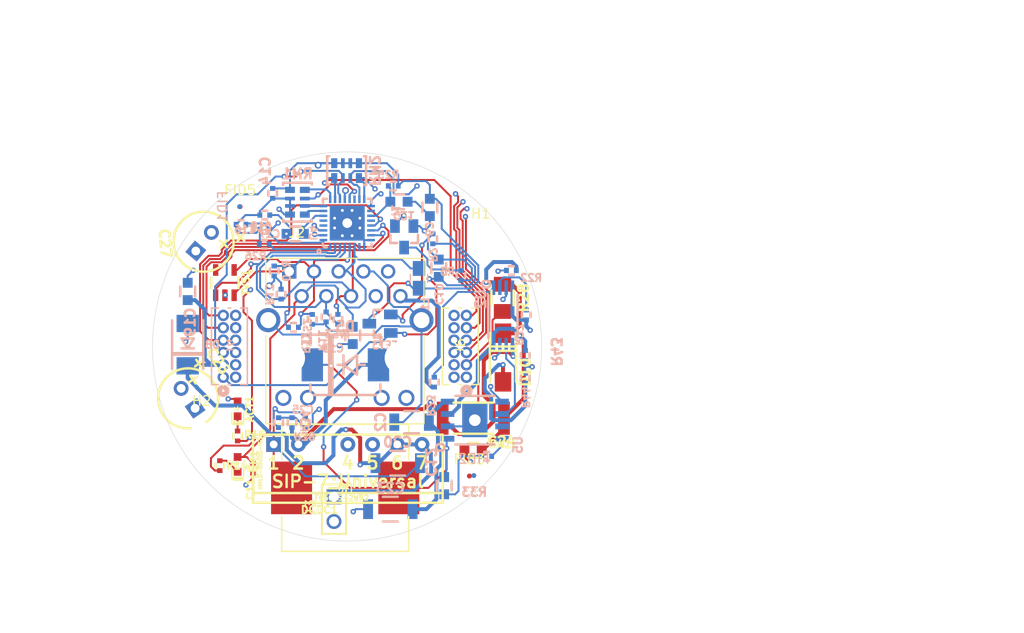
<source format=kicad_pcb>
(kicad_pcb (version 20221018) (generator pcbnew)
  (title_block (title "ESP32-PoE-ISO") (date "2022-07-28") (rev "K") (company "OLIMEX Ltd.") (comment 1 "https://www.olimex.com"))
  (layers (0 "F.Cu" signal) (1 "In1.Cu" power) (2 "In2.Cu" power) (31 "B.Cu" signal) (34 "B.Paste" user) (35 "F.Paste" user) (36 "B.SilkS" user "B.Silkscreen") (37 "F.SilkS" user "F.Silkscreen") (38 "B.Mask" user) (39 "F.Mask" user) (44 "Edge.Cuts" user))
  (net 0 "")
  (net 1 "GND")
  (net 2 "Net-(ACT1-K)")
  (net 3 "Net-(ACT1-A)")
  (net 4 "+3V3")
  (net 5 "Net-(D5-K)")
  (net 6 "Net-(U4-VDDCR)")
  (net 7 "Net-(U4-NRST)")
  (net 8 "Net-(U5-FB)")
  (net 9 "Earth")
  (net 10 "+5VP")
  (net 11 "Spare1")
  (net 12 "Spare2")
  (net 13 "+3.3VLAN")
  (net 18 "Net-(C10-Pad2)")
  (net 19 "/TD+")
  (net 20 "/TD-")
  (net 21 "/RD+")
  (net 22 "/RD-")
  (net 23 "/Shield")
  (net 25 "Net-(C12-Pad2)")
  (net 26 "/5V_DCDC")
  (net 27 "/ILIM")
  (net 28 "Net-(LNK1-K)")
  (net 29 "Net-(T1-C)")
  (net 30 "Net-(U4-LED2{slash}NINTSEL)")
  (net 31 "Net-(U2-DET)")
  (net 32 "Net-(U2-ILIM)")
  (net 33 "Net-(U4-RBIAS)")
  (net 34 "Net-(U2-CLASS)")
  (net 35 "Net-(U5-BS)")
  (net 36 "Net-(U2-NC{slash}UVLO)")
  (net 37 "Net-(U4-RXER{slash}RXD4{slash}PHYAD0)")
  (net 38 "Net-(U4-RXD3{slash}PHYAD2)")
  (net 39 "Net-(U4-RXD2{slash}RMIISEL)")
  (net 40 "Net-(U4-RXCLK{slash}PHYAD1)")
  (net 41 "/GPIO27{slash}EMAC_RX_CRS_DV")
  (net 42 "/GPIO25{slash}EMAC_RXD0(RMII)")
  (net 43 "/GPIO18{slash}MDIO(RMII)")
  (net 44 "/GPIO26{slash}EMAC_RXD1(RMII)")
  (net 45 "/GPIO12{slash}PHY_PWR")
  (net 46 "Net-(U2-PG)")
  (net 48 "/GPIO22{slash}EMAC_TXD1(RMII)")
  (net 49 "/GPIO19{slash}EMAC_TXD0(RMII)")
  (net 50 "/GPIO21{slash}EMAC_TX_EN(RMII)")
  (net 53 "/GPIO23{slash}MDC(RMII)")
  (net 55 "/GPIO17{slash}EMAC_CLK_OUT_180")
  (net 58 "Net-(J2-RCT)")
  (footprint "OLIMEX_RLC-FP:C_0402_5MIL_DWS" (layer "F.Cu") (at 104.6988 153.3144 -90)
    (fp_text reference "C11")
    (fp_text value "100nF/16V/10%/X7R/C0402")
  )
  (footprint "OLIMEX_RLC-FP:R_0402_5MIL_DWS" (layer "F.Cu") (at 101.2952 153.0604 -90)
    (fp_text reference "R14")
    (fp_text value "2.2k/R0402")
  )
  (footprint "OLIMEX_LEDs-FP:LED_0603_KA" (layer "F.Cu") (at 103.124 152.9334 90)
    (fp_text reference "LNK1")
    (fp_text value "LED/GREEN/0603")
  )
  (footprint "OLIMEX_RLC-FP:R_0402_5MIL_DWS" (layer "F.Cu") (at 103.124 150.0124 -90)
    (fp_text reference "R15")
    (fp_text value "2.2k/R0402")
  )
  (footprint "OLIMEX_LEDs-FP:LED_0603_KA" (layer "F.Cu") (at 103.124 147.2184 90)
    (fp_text reference "ACT1")
    (fp_text value "LED/YELLOW/0603")
  )
  (footprint "OLIMEX_Regulators-FP:SIP-7_Universal" (layer "F.Cu") (at 114.4524 150.876)
    (fp_text reference "DCDC1")
    (fp_text value "F0505S-2WR2(SIP-7)")
  )
  (footprint "OLIMEX_RLC-FP:CPOL-RM2.5mm_6.3x11mm_PTH" (layer "F.Cu") (at 99.628115 130.040356 -130)
    (fp_text reference "C27")
    (fp_text value "15uF/100V/20%/RM2.5/6.3x11mm(Farnell:1281844)")
  )
  (footprint "OLIMEX_Diodes-FP:SOT-23-5" (layer "F.Cu") (at 101.8184 134.2436 -90)
    (fp_text reference "TVS1")
    (fp_text value "ESDS314DBVR(SOT-23-5)")
  )
  (footprint "OLIMEX_RLC-FP:R_1206_5MIL_DWS" (layer "F.Cu") (at 130.3528 135.8138 90)
    (fp_text reference "R28")
    (fp_text value "0.03R/1%/R1206")
  )
  (footprint "SRR1240-330M:IND_BOURNS_SRR1240" (layer "F.Cu") (at 114.1824 155.3464 180)
    (fp_text reference "L4")
    (fp_text value "33uH/2.1A/DCR=0.1R/20%/DBS135(PD3316MT330)")
  )
  (footprint "OLIMEX_RLC-FP:CPOL-RM2.5mm_6.3x11mm_PTH" (layer "F.Cu") (at 98.038229 146.14366 -55)
    (fp_text reference "C26")
    (fp_text value "470uF/10V/20%/Low_ESR/RM2.5/6.0x11mm")
  )
  (footprint "OLIMEX_RLC-FP:C_0603_5MIL_DWS" (layer "F.Cu") (at 127.3302 151.4856 180)
    (fp_text reference "C24")
    (fp_text value "100nF/100V/10%/X7R/C0603")
  )
  (footprint "OLIMEX_Diodes-FP:SMA-KA" (layer "F.Cu") (at 130.4036 141.946 -90)
    (fp_text reference "D10")
    (fp_text value "SMAJ58A/SMA")
  )
  (footprint "OLIMEX_RLC-FP:R_2512_MM_DWS" (layer "F.Cu") (at 127.3552 148.1836 180)
    (fp_text reference "R41")
    (fp_text value "4.7k/R2512")
  )
  (footprint "SI-46020-F:BEL_SI-46020-F" (layer "F.Cu") (at 114.1476 141.986)
    (fp_text reference "J2")
    (fp_text value "SI-46020-F")
  )
  (footprint "HMTSW-102-X-X-S-X:SAMTEC_HMTSW-102-X-X-S-X" (layer "F.Cu") (at 113.03 157.5308 90)
    (fp_text reference "J3")
    (fp_text value "HMTSW-102-X-X-S-X")
  )
  (footprint "MountingHole:MountingHole_2.1mm" (layer "F.Cu") (at 99.4156 149.606)
    (fp_text reference "H2")
    (fp_text value "MountingHole")
  )
  (footprint "Fiducial:Fiducial_0.5mm_Mask1.5mm" (layer "F.Cu") (at 126.9492 154.1272)
    (fp_text reference "FID3")
    (fp_text value "Fiducial")
  )
  (footprint "20021111-00012T4LF:CONN_20021111-XX012XXLF_AMP" (layer "F.Cu") (at 126.6444 143.9672 90)
    (fp_text reference "J6")
    (fp_text value "20021111-00012T4LF")
  )
  (footprint "MountingHole:MountingHole_2.1mm" (layer "F.Cu") (at 128.1176 130.3528)
    (fp_text reference "H1")
    (fp_text value "MountingHole")
  )
  (footprint "Fiducial:Fiducial_0.5mm_Mask1.5mm" (layer "F.Cu") (at 103.378 126.4412)
    (fp_text reference "FID5")
    (fp_text value "Fiducial")
  )
  (footprint "OLIMEX_RLC-FP:C_0603_5MIL_DWS" (layer "B.Cu") (at 97.9932 135.1534 90)
    (fp_text reference "C19")
    (fp_text value "22uF/6.3V/20%/X5R/C0603")
  )
  (footprint "Fiducial:Fiducial_0.5mm_Mask1.5mm" (layer "B.Cu") (at 103.3272 126.4412 -90)
    (fp_text reference "FID1")
    (fp_text value "Fiducial")
  )
  (footprint "OLIMEX_RLC-FP:C_1206_5MIL_DWS_ISO" (layer "B.Cu") (at 121.0056 148.59 180)
    (fp_text reference "C2")
    (fp_text value "1nF/2000V/10%/X7R/C1206")
  )
  (footprint "OLIMEX_RLC-FP:C_1808(4520)_5MIL_DWS_ISO" (layer "B.Cu") (at 119.5832 152.8064)
    (fp_text reference "C20")
    (fp_text value "1.0nF/3kV/10%/X7R/SMD/1808(VISHAY-VJ1808Y102KBHAT4X_Farnell-2407291)")
  )
  (footprint "OLIMEX_RLC-FP:C_1808(4520)_5MIL_DWS_ISO" (layer "B.Cu") (at 118.8212 157.5308)
    (fp_text reference "C23")
    (fp_text value "1.0nF/3kV/10%/X7R/SMD/1808(VISHAY-VJ1808Y102KBHAT4X_Farnell-2407291)")
  )
  (footprint "OLIMEX_RLC-FP:R_0402_5MIL_DWS" (layer "B.Cu") (at 126.0856 133.5024 90)
    (fp_text reference "R3")
    (fp_text value "1k/R0402")
  )
  (footprint "OLIMEX_RLC-FP:C_0603_5MIL_DWS" (layer "B.Cu") (at 123.7996 132.7658 90)
    (fp_text reference "C10")
    (fp_text value "22uF/6.3V/20%/X5R/C0603")
  )
  (footprint "OLIMEX_RLC-FP:C_0402_5MIL_DWS" (layer "B.Cu") (at 105.918 127.3048 180)
    (fp_text reference "C18")
    (fp_text value "100nF/16V/10%/X7R/C0402")
  )
  (footprint "OLIMEX_RLC-FP:C_0603_5MIL_DWS" (layer "B.Cu") (at 119.7102 125.9332 180)
    (fp_text reference "C21")
    (fp_text value "NA(10uF/6.3V/20%/X5R/C0603)")
  )
  (footprint "OLIMEX_RLC-FP:C_0603_5MIL_DWS" (layer "B.Cu") (at 109.0422 129.2352 180)
    (fp_text reference "C17")
    (fp_text value "2.2uF/6.3V/10%/X5R/C0603")
  )
  (footprint "OLIMEX_RLC-FP:L_0805_5MIL_DWS" (layer "B.Cu") (at 121.7676 133.8072 90)
    (fp_text reference "L1")
    (fp_text value "FB0805/600R/2A")
  )
  (footprint "OLIMEX_IC-FP:QFN32_EP(33)_5.00x5.00x0.90mm_Pitch_0.50mm" (layer "B.Cu") (at 114.391924 128.127277 90)
    (fp_text reference "U4")
    (fp_text value "LAN8710A-EZC(QFN32)")
  )
  (footprint "OLIMEX_Transistors-FP:SOT23" (layer "B.Cu") (at 120.2436 129.54 90)
    (fp_text reference "T1")
    (fp_text value "LMUN2211LT1G(SOT-23)")
  )
  (footprint "OLIMEX_RLC-FP:R_0402_5MIL_DWS" (layer "B.Cu") (at 110.7948 138.0236 90)
    (fp_text reference "R12")
    (fp_text value "49.9R/1%/R0402")
  )
  (footprint "OLIMEX_RLC-FP:R_0402_5MIL_DWS" (layer "B.Cu") (at 123.19 129.7432 90)
    (fp_text reference "R2")
    (fp_text value "10k/R0402")
  )
  (footprint "OLIMEX_RLC-FP:C_0603_5MIL_DWS" (layer "B.Cu") (at 122.8852 126.5174 -90)
    (fp_text reference "C9")
    (fp_text value "22uF/6.3V/20%/X5R/C0603")
  )
  (footprint "OLIMEX_Transistors-FP:SOT23" (layer "B.Cu") (at 117.76456 138.46556)
    (fp_text reference "FET3")
    (fp_text value "WPM2015-3/TR")
  )
  (footprint "OLIMEX_RLC-FP:R_0402_5MIL_DWS" (layer "B.Cu") (at 119.126 124.3076)
    (fp_text reference "R25")
    (fp_text value "10k/R0402")
  )
  (footprint "OLIMEX_RLC-FP:C_0402_5MIL_DWS" (layer "B.Cu") (at 105.918 128.778 180)
    (fp_text reference "C16")
    (fp_text value "100nF/16V/10%/X7R/C0402")
  )
  (footprint "OLIMEX_RLC-FP:R_0402_5MIL_DWS" (layer "B.Cu") (at 105.8672 130.302 180)
    (fp_text reference "R26")
    (fp_text value "12.1k/1%/R0402")
  )
  (footprint "OLIMEX_RLC-FP:C_0603_5MIL_DWS" (layer "B.Cu") (at 114.9604 139.6746 -90)
    (fp_text reference "C13")
    (fp_text value "22uF/6.3V/20%/X5R/C0603")
  )
  (footprint "OLIMEX_RLC-FP:R_0402_5MIL_DWS" (layer "B.Cu") (at 112.2172 137.7696 90)
    (fp_text reference "R11")
    (fp_text value "49.9R/1%/R0402")
  )
  (footprint "OLIMEX_RLC-FP:R_0402_5MIL_DWS" (layer "B.Cu") (at 107.5944 135.4328 -90)
    (fp_text reference "R10")
    (fp_text value "49.9R/1%/R0402")
  )
  (footprint "OLIMEX_Diodes-FP:D_0402_5MIL_DWS" (layer "B.Cu") (at 108.8644 138.8364 180)
    (fp_text reference "TVS2")
    (fp_text value "NA(GG0402052R542P)")
  )
  (footprint "OLIMEX_Diodes-FP:D_0402_5MIL_DWS" (layer "B.Cu") (at 113.4364 138.0236 -90)
    (fp_text reference "TVS3")
    (fp_text value "NA(GG0402052R542P)")
  )
  (footprint "OLIMEX_RLC-FP:R_MATRIX_4" (layer "B.Cu") (at 114.3254 122.7328)
    (fp_text reference "RM2")
    (fp_text value "RA1206_(4X0603)_4B8_2.2k")
  )
  (footprint "OLIMEX_RLC-FP:R_0402_5MIL_DWS" (layer "B.Cu") (at 106.8832 133.0452 90)
    (fp_text reference "R13")
    (fp_text value "49.9R/1%/R0402")
  )
  (footprint "OLIMEX_RLC-FP:C_0402_5MIL_DWS" (layer "B.Cu") (at 103.4796 128.27 180)
    (fp_text reference "C15")
    (fp_text value "100nF/16V/10%/X7R/C0402")
  )
  (footprint "OLIMEX_Diodes-FP:DO214AA_1(K)-2(A)" (layer "B.Cu") (at 97.9932 140.6218 90)
    (fp_text reference "D8")
    (fp_text value "NA(SMBJ6.0A)")
  )
  (footprint "OLIMEX_RLC-FP:C_0402_5MIL_DWS" (layer "B.Cu") (at 110.0836 148.6408 -90)
    (fp_text reference "C25")
    (fp_text value "12pF/50V/5%/COG/C0402")
  )
  (footprint "OLIMEX_RLC-FP:R_0402_5MIL_DWS" (layer "B.Cu") (at 131.2672 132.9944 180)
    (fp_text reference "R22")
    (fp_text value "24.9k/1%/R0402")
  )
  (footprint "OLIMEX_RLC-FP:R_0402_5MIL_DWS" (layer "B.Cu") (at 123.3424 144.4752 -90)
    (fp_text reference "R23")
    (fp_text value "180k/1%/R0402")
  )
  (footprint "OLIMEX_RLC-FP:R_0402_5MIL_DWS" (layer "B.Cu") (at 132.7912 137.5664 90)
    (fp_text reference "R27")
    (fp_text value "4.42k/1%/1/16W/R0402")
  )
  (footprint "OLIMEX_IC-FP:TSSOP-8_Pitch-0.65mm_Dimensions-4.40x3.00x1.20mm" (layer "B.Cu") (at 130.4036 137.7188 -90)
    (fp_text reference "U2")
    (fp_text value "TPS2376PW(TSSOP-8)")
  )
  (footprint "OLIMEX_RLC-FP:C_0402_5MIL_DWS" (layer "B.Cu") (at 106.7308 125.0696 -90)
    (fp_text reference "C14")
    (fp_text value "100nF/16V/10%/X7R/C0402")
  )
  (footprint "OLIMEX_RLC-FP:R_MATRIX_4" (layer "B.Cu") (at 109.2708 125.984 90)
    (fp_text reference "RM1")
    (fp_text value "RA1206_(4X0603)_4B8_2.2k")
  )
  (footprint "OLIMEX_RLC-FP:C_0603_5MIL_DWS" (layer "B.Cu") (at 124.3584 155.1178 -90)
    (fp_text reference "C12")
    (fp_text value "100nF/100V/10%/X7R/C0603")
  )
  (footprint "OLIMEX_RLC-FP:R_0402_5MIL_DWS" (layer "B.Cu") (at 128.7272 152.0952 180)
    (fp_text reference "R33")
    (fp_text value "4.7R/R0402")
  )
  (footprint "OLIMEX_Diodes-FP:DO214AB(SMC)_1(K)-2(A)" (layer "B.Cu") (at 114.202 142.6972)
    (fp_text reference "D5")
    (fp_text value "SS510/100V/5A/0.85V/DO214AB(SMC)")
  )
  (footprint "OLIMEX_RLC-FP:R_0402_5MIL_DWS" (layer "B.Cu") (at 107.3404 148.6408 90)
    (fp_text reference "R38")
    (fp_text value "56.2k/1%/R0402")
  )
  (footprint "OLIMEX_Regulators-FP:ESOIC-8" (layer "B.Cu") (at 127.508 148.3868 90)
    (fp_text reference "U5")
    (fp_text value "TX4138(ESOIC-8)")
  )
  (footprint "OLIMEX_RLC-FP:R_0402_5MIL_DWS" (layer "B.Cu") (at 108.712 148.6408 -90)
    (fp_text reference "R34")
    (fp_text value "10.5k/1%/R0402")
  )
  (footprint "OLIMEX_RLC-FP:R_0402_5MIL_DWS" (layer "B.Cu") (at 132.6896 144.0688 -90)
    (fp_text reference "R44")
    (fp_text value "10k/R0402")
  )
  (footprint "OLIMEX_RLC-FP:R_0402_5MIL_DWS" (layer "B.Cu") (at 132.6896 141.732 -90)
    (fp_text reference "R43")
    (fp_text value "130k/R0402")
  )
  (footprint "Fiducial:Fiducial_0.5mm_Mask1.5mm" (layer "B.Cu") (at 127.4064 154.0764 180)
    (fp_text reference "FID2")
    (fp_text value "Fiducial")
  )
  (footprint "20021111-00012T4LF:CONN_20021111-XX012XXLF_AMP" (layer "B.Cu") (at 101.6508 143.9672 90)
    (fp_text reference "J4")
    (fp_text value "20021111-00012T4LF")
  )
  (gr_circle (center 114.3766 140.8108) (end 134.3766 140.8108) (stroke (width 0.05)) (fill none) (layer "Edge.Cuts"))
  (segment (start 104.0384 150.5204) (end 104.394 150.1648) (width 0.2032) (layer "F.Cu") (net 1))
  (segment (start 104.6988 154.3304) (end 103.9876 155.0416) (width 0.2032) (layer "F.Cu") (net 1))
  (segment (start 101.8448 135.5436) (end 101.854 135.5344) (width 0.2032) (layer "F.Cu") (net 1))
  (segment (start 104.6988 153.8224) (end 104.6988 154.3304) (width 0.2032) (layer "F.Cu") (net 1))
  (segment (start 101.8184 135.5436) (end 101.8448 135.5436) (width 0.2032) (layer "F.Cu") (net 1))
  (segment (start 103.124 150.5204) (end 104.0384 150.5204) (width 0.2032) (layer "F.Cu") (net 1))
  (via (at 101.854 135.5344) (size 0.55) (drill 0.25) (layers "F.Cu" "B.Cu") (net 1))
  (via (at 108.141076 129.223076) (size 0.55) (drill 0.25) (layers "F.Cu" "B.Cu") (net 1))
  (via (at 104.394 150.1648) (size 0.55) (drill 0.25) (layers "F.Cu" "B.Cu") (net 1))
  (via (at 98.552 132.9944) (size 0.55) (drill 0.25) (layers "F.Cu" "B.Cu") (net 1))
  (via (at 122.3264 128.9304) (size 0.55) (drill 0.25) (layers "F.Cu" "B.Cu") (net 1))
  (via (at 103.9876 155.0416) (size 0.55) (drill 0.25) (layers "F.Cu" "B.Cu") (net 1))
  (via (at 107.3912 126.6952) (size 0.55) (drill 0.25) (layers "F.Cu" "B.Cu") (net 1))
  (via (at 115.0112 157.7848) (size 0.55) (drill 0.25) (layers "F.Cu" "B.Cu") (net 1))
  (via (at 113.5888 140.716) (size 0.55) (drill 0.25) (layers "F.Cu" "B.Cu") (net 1))
  (via (at 97.79 140.3096) (size 0.55) (drill 0.25) (layers "F.Cu" "B.Cu") (net 1))
  (segment (start 113.7412 140.5636) (end 113.5888 140.716) (width 0.2032) (layer "B.Cu") (net 1))
  (segment (start 122.8852 127.4064) (end 122.8852 128.3716) (width 0.2032) (layer "B.Cu") (net 1))
  (segment (start 105.0544 129.1336) (end 105.41 128.778) (width 0.2032) (layer "B.Cu") (net 1))
  (segment (start 98.552 132.9944) (end 97.9932 133.5532) (width 0.2032) (layer "B.Cu") (net 1))
  (segment (start 122.8852 128.3716) (end 122.3264 128.9304) (width 0.2032) (layer "B.Cu") (net 1))
  (segment (start 116.841924 129.877277) (end 116.141924 129.877277) (width 0.2032) (layer "B.Cu") (net 1))
  (segment (start 116.141924 129.877277) (end 114.391924 128.127277) (width 0.2032) (layer "B.Cu") (net 1))
  (segment (start 97.9932 133.5532) (end 97.9932 134.2644) (width 0.2032) (layer "B.Cu") (net 1))
  (segment (start 106.7562 125.603) (end 106.7308 125.5776) (width 0.2032) (layer "B.Cu") (net 1))
  (segment (start 102.9716 128.27) (end 102.9716 128.8288) (width 0.2032) (layer "B.Cu") (net 1))
  (segment (start 121.412 125.9332) (end 122.8852 127.4064) (width 0.2032) (layer "B.Cu") (net 1))
  (segment (start 102.9716 128.8288) (end 103.2764 129.1336) (width 0.2032) (layer "B.Cu") (net 1))
  (segment (start 115.2652 157.5308) (end 115.0112 157.7848) (width 0.2032) (layer "B.Cu") (net 1))
  (segment (start 105.41 130.2512) (end 105.3592 130.302) (width 0.2032) (layer "B.Cu") (net 1))
  (segment (start 105.41 128.778) (end 105.41 130.2512) (width 0.2032) (layer "B.Cu") (net 1))
  (segment (start 105.41 127.3048) (end 105.41 126.8984) (width 0.2032) (layer "B.Cu") (net 1))
  (segment (start 108.5088 125.603) (end 106.7562 125.603) (width 0.2032) (layer "B.Cu") (net 1))
  (segment (start 121.82856 128.43256) (end 122.3264 128.9304) (width 0.2032) (layer "B.Cu") (net 1))
  (segment (start 97.9932 138.4448) (end 97.9932 140.1064) (width 0.2032) (layer "B.Cu") (net 1))
  (segment (start 120.5992 125.9332) (end 121.412 125.9332) (width 0.2032) (layer "B.Cu") (net 1))
  (segment (start 108.141076 129.223076) (end 108.1532 129.2352) (width 0.2032) (layer "B.Cu") (net 1))
  (segment (start 97.9932 140.1064) (end 97.79 140.3096) (width 0.2032) (layer "B.Cu") (net 1))
  (segment (start 103.2764 129.1336) (end 105.0544 129.1336) (width 0.2032) (layer "B.Cu") (net 1))
  (segment (start 103.9368 127.3048) (end 102.9716 128.27) (width 0.2032) (layer "B.Cu") (net 1))
  (segment (start 116.5352 157.5308) (end 115.2652 157.5308) (width 0.2032) (layer "B.Cu") (net 1))
  (segment (start 108.5088 127.254) (end 108.5088 126.365) (width 0.2032) (layer "B.Cu") (net 1))
  (segment (start 121.1961 128.43256) (end 121.82856 128.43256) (width 0.2032) (layer "B.Cu") (net 1))
  (segment (start 116.141924 130.577277) (end 116.141924 129.877277) (width 0.2032) (layer "B.Cu") (net 1))
  (segment (start 105.41 127.3048) (end 103.9368 127.3048) (width 0.2032) (layer "B.Cu") (net 1))
  (segment (start 114.9604 140.5636) (end 113.7412 140.5636) (width 0.2032) (layer "B.Cu") (net 1))
  (segment (start 107.95 127.254) (end 107.3912 126.6952) (width 0.2032) (layer "B.Cu") (net 1))
  (segment (start 105.41 126.8984) (end 106.7308 125.5776) (width 0.2032) (layer "B.Cu") (net 1))
  (segment (start 108.5088 127.254) (end 107.95 127.254) (width 0.2032) (layer "B.Cu") (net 1))
  (segment (start 108.5088 125.603) (end 108.5088 126.365) (width 0.2032) (layer "B.Cu") (net 1))
  (segment (start 103.124 149.5044) (end 103.124 147.9804) (width 0.2032) (layer "F.Cu") (net 2))
  (segment (start 102.87 146.2024) (end 103.124 146.4564) (width 0.2032) (layer "F.Cu") (net 3))
  (segment (start 102.1588 146.2024) (end 102.87 146.2024) (width 0.2032) (layer "F.Cu") (net 3))
  (via (at 102.1588 146.2024) (size 0.55) (drill 0.25) (layers "F.Cu" "B.Cu") (net 3))
  (via (at 110.998 128.3723) (size 0.55) (drill 0.25) (layers "F.Cu" "B.Cu") (net 3))
  (segment (start 110.998 128.3723) (end 111.502977 128.877277) (width 0.2032) (layer "B.Cu") (net 3))
  (segment (start 111.502977 128.877277) (end 111.941924 128.877277) (width 0.2032) (layer "B.Cu") (net 3))
  (segment (start 123.5456 134.5692) (end 122.8344 133.858) (width 0.2032) (layer "F.Cu") (net 4))
  (segment (start 120.2944 139.5476) (end 120.3129 139.5661) (width 0.2032) (layer "F.Cu") (net 4))
  (segment (start 122.6635 139.5661) (end 123.5456 138.684) (width 0.2032) (layer "F.Cu") (net 4))
  (segment (start 123.5456 138.684) (end 123.5456 134.5692) (width 0.2032) (layer "F.Cu") (net 4))
  (segment (start 120.3129 139.5661) (end 122.6635 139.5661) (width 0.2032) (layer "F.Cu") (net 4))
  (via (at 120.2944 139.5476) (size 0.55) (drill 0.25) (layers "F.Cu" "B.Cu") (net 4))
  (via (at 122.8344 133.858) (size 0.55) (drill 0.25) (layers "F.Cu" "B.Cu") (net 4))
  (segment (start 124.6632 134.5184) (end 123.7996 133.6548) (width 0.2032) (layer "B.Cu") (net 4))
  (segment (start 116.6876 140.3604) (end 117.92966 140.3604) (width 0.2032) (layer "B.Cu") (net 4))
  (segment (start 118.872 139.41806) (end 120.16486 139.41806) (width 0.2032) (layer "B.Cu") (net 4))
  (segment (start 102.4636 144.78) (end 112.268 144.78) (width 0.2032) (layer "B.Cu") (net 4))
  (segment (start 126.958974 134.5184) (end 124.6632 134.5184) (width 0.2032) (layer "B.Cu") (net 4))
  (segment (start 123.5964 133.858) (end 123.7996 133.6548) (width 0.2032) (layer "B.Cu") (net 4))
  (segment (start 125.180973 130.2512) (end 127.5334 132.603627) (width 0.2032) (layer "B.Cu") (net 4))
  (segment (start 127.5334 133.943974) (end 126.958974 134.5184) (width 0.2032) (layer "B.Cu") (net 4))
  (segment (start 120.16486 139.41806) (end 120.2944 139.5476) (width 0.2032) (layer "B.Cu") (net 4))
  (segment (start 127.5334 132.603627) (end 127.5334 133.943974) (width 0.2032) (layer "B.Cu") (net 4))
  (segment (start 117.92966 140.3604) (end 118.872 139.41806) (width 0.2032) (layer "B.Cu") (net 4))
  (segment (start 101.6508 143.9672) (end 102.4636 144.78) (width 0.2032) (layer "B.Cu") (net 4))
  (segment (start 123.19 130.2512) (end 125.180973 130.2512) (width 0.2032) (layer "B.Cu") (net 4))
  (segment (start 122.8344 133.858) (end 123.5964 133.858) (width 0.2032) (layer "B.Cu") (net 4))
  (segment (start 112.268 144.78) (end 116.6876 140.3604) (width 0.2032) (layer "B.Cu") (net 4))
  (segment (start 111.9632 151.13) (end 111.9632 152.654) (width 0.2032) (layer "F.Cu") (net 5))
  (segment (start 115.3668 145.4404) (end 115.3668 146.304) (width 0.2032) (layer "F.Cu") (net 5))
  (segment (start 122.7328 155.3464) (end 124.6124 153.4668) (width 0.2032) (layer "F.Cu") (net 5))
  (segment (start 112.7252 142.7988) (end 115.3668 145.4404) (width 0.2032) (layer "F.Cu") (net 5))
  (segment (start 111.9632 152.654) (end 114.6556 155.3464) (width 0.2032) (layer "F.Cu") (net 5))
  (segment (start 114.6556 155.3464) (end 119.6942 155.3464) (width 0.2032) (layer "F.Cu") (net 5))
  (segment (start 119.6942 155.3464) (end 122.7328 155.3464) (width 0.2032) (layer "F.Cu") (net 5))
  (segment (start 124.6124 153.4668) (end 124.6124 151.2824) (width 0.2032) (layer "F.Cu") (net 5))
  (via (at 115.3668 146.304) (size 0.55) (drill 0.25) (layers "F.Cu" "B.Cu") (net 5))
  (via (at 112.7252 142.7988) (size 0.55) (drill 0.25) (layers "F.Cu" "B.Cu") (net 5))
  (via (at 111.9632 151.13) (size 0.55) (drill 0.25) (layers "F.Cu" "B.Cu") (net 5))
  (via (at 124.6124 151.2824) (size 0.55) (drill 0.25) (layers "F.Cu" "B.Cu") (net 5))
  (segment (start 124.5616 154.0256) (end 124.5616 151.3332) (width 0.2032) (layer "B.Cu") (net 5))
  (segment (start 124.6124 151.2824) (end 124.6124 150.3874) (width 0.2032) (layer "B.Cu") (net 5))
  (segment (start 111.9632 151.13) (end 111.9632 149.7076) (width 0.2032) (layer "B.Cu") (net 5))
  (segment (start 124.6124 150.3874) (end 124.708 150.2918) (width 0.2032) (layer "B.Cu") (net 5))
  (segment (start 111.9632 149.7076) (end 115.3668 146.304) (width 0.2032) (layer "B.Cu") (net 5))
  (segment (start 124.5616 151.3332) (end 124.6124 151.2824) (width 0.2032) (layer "B.Cu") (net 5))
  (segment (start 124.3584 154.2288) (end 124.5616 154.0256) (width 0.2032) (layer "B.Cu") (net 5))
  (segment (start 110.802 142.6972) (end 112.6236 142.6972) (width 0.2032) (layer "B.Cu") (net 5))
  (segment (start 112.6236 142.6972) (end 112.7252 142.7988) (width 0.2032) (layer "B.Cu") (net 5))
  (segment (start 108.458 128.4986) (end 109.855 128.4986) (width 0.2032) (layer "B.Cu") (net 6))
  (segment (start 109.855 128.4986) (end 109.9312 128.5748) (width 0.2032) (layer "B.Cu") (net 6))
  (segment (start 106.426 127.3048) (end 107.294564 127.3048) (width 0.2032) (layer "B.Cu") (net 6))
  (segment (start 107.8682 127.9088) (end 108.458 128.4986) (width 0.2032) (layer "B.Cu") (net 6))
  (segment (start 109.9312 128.5748) (end 109.9312 129.2352) (width 0.2032) (layer "B.Cu") (net 6))
  (segment (start 111.941924 127.377277) (end 111.128723 127.377277) (width 0.2032) (layer "B.Cu") (net 6))
  (segment (start 107.8682 127.878436) (end 107.8682 127.9088) (width 0.2032) (layer "B.Cu") (net 6))
  (segment (start 107.294564 127.3048) (end 107.8682 127.878436) (width 0.2032) (layer "B.Cu") (net 6))
  (segment (start 111.128723 127.377277) (end 109.9312 128.5748) (width 0.2032) (layer "B.Cu") (net 6))
  (segment (start 116.841924 127.377277) (end 117.377123 127.377277) (width 0.2032) (layer "B.Cu") (net 7))
  (segment (start 118.8212 125.9332) (end 118.8212 124.5108) (width 0.2032) (layer "B.Cu") (net 7))
  (segment (start 118.8212 124.5108) (end 118.618 124.3076) (width 0.2032) (layer "B.Cu") (net 7))
  (segment (start 117.377123 127.377277) (end 118.8212 125.9332) (width 0.2032) (layer "B.Cu") (net 7))
  (via (at 111.506 147.2692) (size 0.55) (drill 0.25) (layers "F.Cu" "B.Cu") (net 8))
  (via (at 129.1385 144.9324) (size 0.55) (drill 0.25) (layers "F.Cu" "B.Cu") (net 8))
  (segment (start 107.3404 148.1328) (end 108.712 148.1328) (width 0.2032) (layer "B.Cu") (net 8))
  (segment (start 110.8456 148.844) (end 110.8456 147.7772) (width 0.2032) (layer "B.Cu") (net 8))
  (segment (start 110.8456 147.7772) (end 111.3536 147.2692) (width 0.2032) (layer "B.Cu") (net 8))
  (segment (start 108.712 148.1328) (end 109.0676 148.1328) (width 0.2032) (layer "B.Cu") (net 8))
  (segment (start 110.5408 149.1488) (end 110.8456 148.844) (width 0.2032) (layer "B.Cu") (net 8))
  (segment (start 129.1385 145.3123) (end 130.308 146.4818) (width 0.2032) (layer "B.Cu") (net 8))
  (segment (start 110.0836 149.1488) (end 110.5408 149.1488) (width 0.2032) (layer "B.Cu") (net 8))
  (segment (start 109.0676 148.1328) (end 110.0836 149.1488) (width 0.2032) (layer "B.Cu") (net 8))
  (segment (start 129.1385 144.9324) (end 129.1385 145.3123) (width 0.2032) (layer "B.Cu") (net 8))
  (segment (start 111.3536 147.2692) (end 111.506 147.2692) (width 0.2032) (layer "B.Cu") (net 8))
  (segment (start 129.289317 141.3808) (end 128.4268 142.243317) (width 0.4064) (layer "F.Cu") (net 9))
  (segment (start 128.4268 142.243317) (end 128.4268 145.843483) (width 0.4064) (layer "F.Cu") (net 9))
  (segment (start 124.2052 148.1836) (end 124.2052 147.8272) (width 0.4064) (layer "F.Cu") (net 9))
  (segment (start 125.8308 149.8092) (end 124.2052 148.1836) (width 0.4064) (layer "F.Cu") (net 9))
  (segment (start 109.3724 150.876) (end 112.9992 147.2492) (width 0.4064) (layer "F.Cu") (net 9))
  (segment (start 129.4384 146.855083) (end 129.4384 148.4884) (width 0.4064) (layer "F.Cu") (net 9))
  (segment (start 129.4384 148.4884) (end 128.1176 149.8092) (width 0.4064) (layer "F.Cu") (net 9))
  (segment (start 112.9992 147.2492) (end 122.2448 147.2492) (width 0.4064) (layer "F.Cu") (net 9))
  (segment (start 124.2052 147.8272) (end 122.936 146.558) (width 0.4064) (layer "F.Cu") (net 9))
  (segment (start 122.2448 147.2492) (end 122.936 146.558) (width 0.4064) (layer "F.Cu") (net 9))
  (segment (start 128.4268 145.843483) (end 129.4384 146.855083) (width 0.4064) (layer "F.Cu") (net 9))
  (segment (start 131.451591 141.822001) (end 131.01039 141.3808) (width 0.4064) (layer "F.Cu") (net 9))
  (segment (start 131.01039 141.3808) (end 129.289317 141.3808) (width 0.4064) (layer "F.Cu") (net 9))
  (segment (start 128.1176 149.8092) (end 125.8308 149.8092) (width 0.4064) (layer "F.Cu") (net 9))
  (via (at 131.451591 141.822001) (size 0.55) (drill 0.25) (layers "F.Cu" "B.Cu") (net 9))
  (via (at 122.936 146.558) (size 0.55) (drill 0.25) (layers "F.Cu" "B.Cu") (net 9))
  (segment (start 123.7148 151.240683) (end 123.7148 149.5212) (width 0.4064) (layer "B.Cu") (net 9))
  (segment (start 124.308 146.4818) (end 122.7836 148.0062) (width 0.4064) (layer "B.Cu") (net 9))
  (segment (start 122.5296 157.5308) (end 123.5572 156.5032) (width 0.4064) (layer "B.Cu") (net 9))
  (segment (start 115.824 142.6972) (end 112.1862 146.335) (width 0.4064) (layer "B.Cu") (net 9))
  (segment (start 112.1862 148.730258) (end 110.040458 150.876) (width 0.4064) (layer "B.Cu") (net 9))
  (segment (start 131.3786 141.74901) (end 131.451591 141.822001) (width 0.4064) (layer "B.Cu") (net 9))
  (segment (start 122.7836 148.0062) (end 122.7836 148.59) (width 0.4064) (layer "B.Cu") (net 9))
  (segment (start 108.712 149.1488) (end 108.712 150.2156) (width 0.4064) (layer "B.Cu") (net 9))
  (segment (start 123.5572 156.5032) (end 123.5572 153.4276) (width 0.4064) (layer "B.Cu") (net 9))
  (segment (start 123.7148 149.5212) (end 122.7836 148.59) (width 0.4064) (layer "B.Cu") (net 9))
  (segment (start 122.936 146.558) (end 122.936 148.4376) (width 0.4064) (layer "B.Cu") (net 9))
  (segment (start 123.5572 153.4276) (end 124.0536 152.9312) (width 0.4064) (layer "B.Cu") (net 9))
  (segment (start 110.040458 150.876) (end 109.3724 150.876) (width 0.4064) (layer "B.Cu") (net 9))
  (segment (start 131.3786 140.6688) (end 131.3786 141.74901) (width 0.4064) (layer "B.Cu") (net 9))
  (segment (start 124.0536 151.579483) (end 123.7148 151.240683) (width 0.4064) (layer "B.Cu") (net 9))
  (segment (start 124.708 146.4818) (end 124.308 146.4818) (width 0.4064) (layer "B.Cu") (net 9))
  (segment (start 122.936 148.4376) (end 122.7836 148.59) (width 0.4064) (layer "B.Cu") (net 9))
  (segment (start 124.0536 152.9312) (end 124.0536 151.579483) (width 0.4064) (layer "B.Cu") (net 9))
  (segment (start 117.602 142.6972) (end 115.824 142.6972) (width 0.4064) (layer "B.Cu") (net 9))
  (segment (start 108.712 150.2156) (end 109.3724 150.876) (width 0.4064) (layer "B.Cu") (net 9))
  (segment (start 112.1862 146.335) (end 112.1862 148.730258) (width 0.4064) (layer "B.Cu") (net 9))
  (segment (start 121.1072 157.5308) (end 122.5296 157.5308) (width 0.4064) (layer "B.Cu") (net 9))
  (segment (start 114.8588 149.352) (end 114.2492 149.352) (width 0.4064) (layer "F.Cu") (net 10))
  (segment (start 115.7224 152.9588) (end 115.7224 150.2156) (width 0.4064) (layer "F.Cu") (net 10))
  (segment (start 115.7224 150.2156) (end 114.8588 149.352) (width 0.4064) (layer "F.Cu") (net 10))
  (via (at 115.7224 152.9588) (size 0.55) (drill 0.25) (layers "F.Cu" "B.Cu") (net 10))
  (via (at 114.2492 149.352) (size 0.55) (drill 0.25) (layers "F.Cu" "B.Cu") (net 10))
  (segment (start 101.6508 142.6972) (end 98.0948 142.6972) (width 0.4064) (layer "B.Cu") (net 10))
  (segment (start 97.9932 142.7988) (end 97.9932 144.0688) (width 0.4064) (layer "B.Cu") (net 10))
  (segment (start 122.9868 151.7904) (end 122.9868 152.5016) (width 0.4064) (layer "B.Cu") (net 10))
  (segment (start 103.601 146.8826) (end 106.5022 149.7838) (width 0.4064) (layer "B.Cu") (net 10))
  (segment (start 122.0724 150.876) (end 119.5324 150.876) (width 0.4064) (layer "B.Cu") (net 10))
  (segment (start 113.792 149.352) (end 114.2492 149.352) (width 0.4064) (layer "B.Cu") (net 10))
  (segment (start 106.5022 149.7838) (end 107.8738 149.7838) (width 0.4064) (layer "B.Cu") (net 10))
  (segment (start 98.9584 145.034) (end 98.9584 145.0594) (width 0.4064) (layer "B.Cu") (net 10))
  (segment (start 98.9584 145.0594) (end 100.7816 146.8826) (width 0.4064) (layer "B.Cu") (net 10))
  (segment (start 122.9868 152.5016) (end 123.0238 152.5386) (width 0.4064) (layer "B.Cu") (net 10))
  (segment (start 98.7552 136.0424) (end 97.9932 136.0424) (width 0.4064) (layer "B.Cu") (net 10))
  (segment (start 97.9932 144.0688) (end 98.9584 145.034) (width 0.4064) (layer "B.Cu") (net 10))
  (segment (start 100.3808 142.6972) (end 99.7564 142.0728) (width 0.4064) (layer "B.Cu") (net 10))
  (segment (start 99.7564 142.0728) (end 99.7564 137.0436) (width 0.4064) (layer "B.Cu") (net 10))
  (segment (start 112.9792 151.9936) (end 112.9792 150.1648) (width 0.4064) (layer "B.Cu") (net 10))
  (segment (start 108.178599 150.088599) (end 108.178599 151.467857) (width 0.4064) (layer "B.Cu") (net 10))
  (segment (start 123.0238 152.5386) (end 123.0238 153.8362) (width 0.4064) (layer "B.Cu") (net 10))
  (segment (start 122.0724 150.876) (end 122.9868 151.7904) (width 0.4064) (layer "B.Cu") (net 10))
  (segment (start 108.178599 151.467857) (end 109.517142 152.8064) (width 0.4064) (layer "B.Cu") (net 10))
  (segment (start 121.158 155.702) (end 113.5888 155.702) (width 0.4064) (layer "B.Cu") (net 10))
  (segment (start 117.2972 152.8064) (end 115.8748 152.8064) (width 0.4064) (layer "B.Cu") (net 10))
  (segment (start 101.6508 142.6972) (end 100.3808 142.6972) (width 0.4064) (layer "B.Cu") (net 10))
  (segment (start 117.2972 152.8064) (end 117.602 152.8064) (width 0.4064) (layer "B.Cu") (net 10))
  (segment (start 117.602 152.8064) (end 119.5324 150.876) (width 0.4064) (layer "B.Cu") (net 10))
  (segment (start 109.517142 152.8064) (end 112.1664 152.8064) (width 0.4064) (layer "B.Cu") (net 10))
  (segment (start 123.0238 153.8362) (end 121.158 155.702) (width 0.4064) (layer "B.Cu") (net 10))
  (segment (start 112.9792 150.1648) (end 113.792 149.352) (width 0.4064) (layer "B.Cu") (net 10))
  (segment (start 115.8748 152.8064) (end 115.7224 152.9588) (width 0.4064) (layer "B.Cu") (net 10))
  (segment (start 113.5888 155.702) (end 113.03 156.2608) (width 0.4064) (layer "B.Cu") (net 10))
  (segment (start 100.7816 146.8826) (end 103.601 146.8826) (width 0.4064) (layer "B.Cu") (net 10))
  (segment (start 99.7564 137.0436) (end 98.7552 136.0424) (width 0.4064) (layer "B.Cu") (net 10))
  (segment (start 112.1664 152.8064) (end 112.9792 151.9936) (width 0.4064) (layer "B.Cu") (net 10))
  (segment (start 98.0948 142.6972) (end 97.9932 142.7988) (width 0.4064) (layer "B.Cu") (net 10))
  (segment (start 107.8738 149.7838) (end 108.178599 150.088599) (width 0.4064) (layer "B.Cu") (net 10))
  (segment (start 128.6764 134.2136) (end 130.1496 134.2136) (width 0.4064) (layer "F.Cu") (net 11))
  (segment (start 132.1308 135.2296) (end 131.318 134.4168) (width 0.4064) (layer "F.Cu") (net 11))
  (segment (start 132.5372 140.1064) (end 132.1308 139.7) (width 0.4064) (layer "F.Cu") (net 11))
  (segment (start 128.27 151.4856) (end 128.2192 151.4856) (width 0.4064) (layer "F.Cu") (net 11))
  (segment (start 131.318 134.4168) (end 130.3528 134.4168) (width 0.4064) (layer "F.Cu") (net 11))
  (segment (start 130.4036 139.446) (end 131.8768 139.446) (width 0.4064) (layer "F.Cu") (net 11))
  (segment (start 130.5052 148.1836) (end 130.5052 149.2504) (width 0.4064) (layer "F.Cu") (net 11))
  (segment (start 131.8768 139.446) (end 132.1308 139.7) (width 0.4064) (layer "F.Cu") (net 11))
  (segment (start 132.1308 138.684) (end 132.1308 135.2296) (width 0.4064) (layer "F.Cu") (net 11))
  (segment (start 130.5052 148.1836) (end 132.5372 146.1516) (width 0.4064) (layer "F.Cu") (net 11))
  (segment (start 131.3688 139.446) (end 132.1308 138.684) (width 0.4064) (layer "F.Cu") (net 11))
  (segment (start 130.5052 149.2504) (end 128.27 151.4856) (width 0.4064) (layer "F.Cu") (net 11))
  (segment (start 132.5372 146.1516) (end 132.5372 140.1064) (width 0.4064) (layer "F.Cu") (net 11))
  (segment (start 130.4036 139.446) (end 131.3688 139.446) (width 0.4064) (layer "F.Cu") (net 11))
  (segment (start 130.1496 134.2136) (end 130.3528 134.4168) (width 0.4064) (layer "F.Cu") (net 11))
  (via (at 128.6764 134.2136) (size 0.55) (drill 0.25) (layers "F.Cu" "B.Cu") (net 11))
  (via (at 132.1308 139.7) (size 0.55) (drill 0.25) (layers "F.Cu" "B.Cu") (net 11))
  (segment (start 128.6764 132.8928) (end 128.6764 134.2136) (width 0.4064) (layer "B.Cu") (net 11))
  (segment (start 132.1308 139.7) (end 131.4196 138.9888) (width 0.4064) (layer "B.Cu") (net 11))
  (segment (start 131.318 132.1308) (end 129.4384 132.1308) (width 0.4064) (layer "B.Cu") (net 11))
  (segment (start 129.4384 132.1308) (end 128.6764 132.8928) (width 0.4064) (layer "B.Cu") (net 11))
  (segment (start 127.8128 142.2846) (end 129.4286 140.6688) (width 0.4064) (layer "B.Cu") (net 11))
  (segment (start 132.6896 140.2588) (end 132.1308 139.7) (width 0.4064) (layer "B.Cu") (net 11))
  (segment (start 131.7752 132.9944) (end 131.7752 132.588) (width 0.4064) (layer "B.Cu") (net 11))
  (segment (start 129.4286 139.5066) (end 129.4286 140.6688) (width 0.4064) (layer "B.Cu") (net 11))
  (segment (start 131.7752 132.588) (end 131.318 132.1308) (width 0.4064) (layer "B.Cu") (net 11))
  (segment (start 125.8778 146.982) (end 125.8778 146.3594) (width 0.4064) (layer "B.Cu") (net 11))
  (segment (start 127.8128 144.4244) (end 127.8128 142.2846) (width 0.4064) (layer "B.Cu") (net 11))
  (segment (start 131.4196 138.9888) (end 129.9464 138.9888) (width 0.4064) (layer "B.Cu") (net 11))
  (segment (start 124.708 147.7518) (end 125.108 147.7518) (width 0.4064) (layer "B.Cu") (net 11))
  (segment (start 125.8778 146.3594) (end 127.8128 144.4244) (width 0.4064) (layer "B.Cu") (net 11))
  (segment (start 129.9464 138.9888) (end 129.4286 139.5066) (width 0.4064) (layer "B.Cu") (net 11))
  (segment (start 132.6896 141.224) (end 132.6896 140.2588) (width 0.4064) (layer "B.Cu") (net 11))
  (segment (start 125.108 147.7518) (end 125.8778 146.982) (width 0.4064) (layer "B.Cu") (net 11))
  (segment (start 126.4412 152.04084) (end 127.0508 152.65044) (width 0.4064) (layer "F.Cu") (net 12))
  (segment (start 130.4036 142.6972) (end 130.4036 144.446) (width 0.4064) (layer "F.Cu") (net 12))
  (segment (start 126.4412 151.4856) (end 126.4412 152.04084) (width 0.4064) (layer "F.Cu") (net 12))
  (via (at 130.4036 142.6972) (size 0.55) (drill 0.25) (layers "F.Cu" "B.Cu") (net 12))
  (via (at 133.1976 139.1412) (size 0.55) (drill 0.25) (layers "F.Cu" "B.Cu") (net 12))
  (via (at 127.0508 152.65044) (size 0.55) (drill 0.25) (layers "F.Cu" "B.Cu") (net 12))
  (segment (start 131.3786 137.6778) (end 131.3786 134.7688) (width 0.4064) (layer "B.Cu") (net 12))
  (segment (start 131.7752 138.0744) (end 131.3786 137.6778) (width 0.4064) (layer "B.Cu") (net 12))
  (segment (start 132.7912 138.0744) (end 132.7912 138.7348) (width 0.4064) (layer "B.Cu") (net 12))
  (segment (start 122.534 144.4288) (end 122.534 143.15) (width 0.4064) (layer "B.Cu") (net 12))
  (segment (start 128.5333 145.317758) (end 128.5333 144.1103) (width 0.4064) (layer "B.Cu") (net 12))
  (segment (start 132.7912 138.7348) (end 133.1976 139.1412) (width 0.4064) (layer "B.Cu") (net 12))
  (segment (start 129.3368 148.3868) (end 129.1844 148.2344) (width 0.4064) (layer "B.Cu") (net 12))
  (segment (start 123.7996 141.8844) (end 123.7996 136.8044) (width 0.4064) (layer "B.Cu") (net 12))
  (segment (start 120.3198 136.0932) (end 119.8626 135.636) (width 0.4064) (layer "B.Cu") (net 12))
  (segment (start 123.0884 136.0932) (end 120.3198 136.0932) (width 0.4064) (layer "B.Cu") (net 12))
  (segment (start 128.5333 144.1103) (end 129.9464 142.6972) (width 0.4064) (layer "B.Cu") (net 12))
  (segment (start 132.6896 146.9136) (end 131.2164 148.3868) (width 0.4064) (layer "B.Cu") (net 12))
  (segment (start 131.2164 148.3868) (end 129.3368 148.3868) (width 0.4064) (layer "B.Cu") (net 12))
  (segment (start 129.9464 142.6972) (end 130.4036 142.6972) (width 0.4064) (layer "B.Cu") (net 12))
  (segment (start 123.0884 144.9832) (end 122.534 144.4288) (width 0.4064) (layer "B.Cu") (net 12))
  (segment (start 123.7996 136.8044) (end 123.0884 136.0932) (width 0.4064) (layer "B.Cu") (net 12))
  (segment (start 122.534 143.15) (end 123.7996 141.8844) (width 0.4064) (layer "B.Cu") (net 12))
  (segment (start 129.1844 145.968858) (end 128.5333 145.317758) (width 0.4064) (layer "B.Cu") (net 12))
  (segment (start 129.1844 148.2344) (end 129.1844 145.968858) (width 0.4064) (layer "B.Cu") (net 12))
  (segment (start 132.7912 138.0744) (end 131.7752 138.0744) (width 0.4064) (layer "B.Cu") (net 12))
  (segment (start 123.3424 144.9832) (end 123.0884 144.9832) (width 0.4064) (layer "B.Cu") (net 12))
  (segment (start 132.6896 144.5768) (end 132.6896 146.9136) (width 0.4064) (layer "B.Cu") (net 12))
  (segment (start 118.7196 136.1948) (end 117.602 137.3124) (width 0.2032) (layer "F.Cu") (net 13))
  (segment (start 117.602 137.3124) (end 117.2464 137.3124) (width 0.2032) (layer "F.Cu") (net 13))
  (segment (start 118.7196 134.805806) (end 118.7196 136.1948) (width 0.2032) (layer "F.Cu") (net 13))
  (segment (start 120.65 134.3152) (end 119.210206 134.3152) (width 0.2032) (layer "F.Cu") (net 13))
  (segment (start 119.210206 134.3152) (end 118.7196 134.805806) (width 0.2032) (layer "F.Cu") (net 13))
  (via (at 111.4044 122.1801) (size 0.7) (drill 0.4) (layers "F.Cu" "B.Cu") (net 13))
  (via (at 117.2464 137.3124) (size 0.55) (drill 0.25) (layers "F.Cu" "B.Cu") (net 13))
  (via (at 114.219534 124.774043) (size 0.7) (drill 0.4) (layers "F.Cu" "B.Cu") (net 13))
  (via (at 120.65 134.3152) (size 0.55) (drill 0.25) (layers "F.Cu" "B.Cu") (net 13))
  (segment (start 121.7676 134.8232) (end 121.793 134.8486) (width 0.2032) (layer "B.Cu") (net 13))
  (segment (start 121.158 134.8232) (end 120.65 134.3152) (width 0.2032) (layer "B.Cu") (net 13))
  (segment (start 123.4948 125.6284) (end 122.8852 125.6284) (width 0.2032) (layer "B.Cu") (net 13))
  (segment (start 106.7308 124.5616) (end 108.3564 124.5616) (width 0.2032) (layer "B.Cu") (net 13))
  (segment (start 127.8636 132.466853) (end 124.1044 128.707653) (width 0.2032) (layer "B.Cu") (net 13))
  (segment (start 122.8852 125.6284) (end 122.8852 124.206) (width 0.2032) (layer "B.Cu") (net 13))
  (segment (start 111.4044 122.1801) (end 111.6137 121.9708) (width 0.2032) (layer "B.Cu") (net 13))
  (segment (start 113.9444 121.9708) (end 114.7064 121.9708) (width 0.2032) (layer "B.Cu") (net 13))
  (segment (start 108.3564 124.5616) (end 108.5088 124.714) (width 0.2032) (layer "B.Cu") (net 13))
  (segment (start 124.1044 128.707653) (end 124.1044 126.238) (width 0.2032) (layer "B.Cu") (net 13))
  (segment (start 115.5954 121.9708) (end 118.4656 121.9708) (width 0.2032) (layer "B.Cu") (net 13))
  (segment (start 114.141924 124.851653) (end 114.219534 124.774043) (width 0.2) (layer "B.Cu") (net 13))
  (segment (start 113.0554 121.9708) (end 113.9444 121.9708) (width 0.2032) (layer "B.Cu") (net 13))
  (segment (start 122.48676 123.80756) (end 120.13404 123.80756) (width 0.2032) (layer "B.Cu") (net 13))
  (segment (start 120.13404 123.80756) (end 119.634 124.3076) (width 0.2032) (layer "B.Cu") (net 13))
  (segment (start 116.6622 138.46302) (end 116.6622 137.8966) (width 0.2032) (layer "B.Cu") (net 13))
  (segment (start 127.8636 134.080748) (end 127.8636 132.466853) (width 0.2032) (layer "B.Cu") (net 13))
  (segment (start 124.1044 126.238) (end 123.4948 125.6284) (width 0.2032) (layer "B.Cu") (net 13))
  (segment (start 114.7064 121.9708) (end 115.5954 121.9708) (width 0.2032) (layer "B.Cu") (net 13))
  (segment (start 114.141924 125.677277) (end 114.141924 124.851653) (width 0.2) (layer "B.Cu") (net 13))
  (segment (start 108.5088 122.7328) (end 108.5088 124.714) (width 0.2032) (layer "B.Cu") (net 13))
  (segment (start 119.634 123.1392) (end 119.634 124.3076) (width 0.2032) (layer "B.Cu") (net 13))
  (segment (start 109.2708 121.9708) (end 108.5088 122.7328) (width 0.2032) (layer "B.Cu") (net 13))
  (segment (start 116.6622 137.8966) (end 117.2464 137.3124) (width 0.2032) (layer "B.Cu") (net 13))
  (segment (start 121.7676 134.8232) (end 121.158 134.8232) (width 0.2032) (layer "B.Cu") (net 13))
  (segment (start 118.4656 121.9708) (end 119.634 123.1392) (width 0.2032) (layer "B.Cu") (net 13))
  (segment (start 122.8852 124.206) (end 122.48676 123.80756) (width 0.2032) (layer "B.Cu") (net 13))
  (segment (start 121.793 134.8486) (end 127.095748 134.8486) (width 0.2032) (layer "B.Cu") (net 13))
  (segment (start 113.0554 121.9708) (end 109.2708 121.9708) (width 0.2032) (layer "B.Cu") (net 13))
  (segment (start 111.6137 121.9708) (end 113.0554 121.9708) (width 0.2032) (layer "B.Cu") (net 13))
  (segment (start 127.095748 134.8486) (end 127.8636 134.080748) (width 0.2032) (layer "B.Cu") (net 13))
  (segment (start 120.0912 138.176) (end 120.0912 137.5156) (width 0.2032) (layer "F.Cu") (net 18))
  (segment (start 120.0912 137.5156) (end 122.0724 135.5344) (width 0.2032) (layer "F.Cu") (net 18))
  (segment (start 122.0724 135.5344) (end 122.0724 130.4036) (width 0.2032) (layer "F.Cu") (net 18))
  (via (at 122.0724 130.4036) (size 0.55) (drill 0.25) (layers "F.Cu" "B.Cu") (net 18))
  (via (at 120.0912 138.176) (size 0.55) (drill 0.25) (layers "F.Cu" "B.Cu") (net 18))
  (segment (start 118.872 137.5156) (end 119.4308 137.5156) (width 0.2032) (layer "B.Cu") (net 18))
  (segment (start 122.6864 129.7388) (end 123.19 129.2352) (width 0.2032) (layer "B.Cu") (net 18))
  (segment (start 123.7996 131.8768) (end 123.7488 131.8768) (width 0.2032) (layer "B.Cu") (net 18))
  (segment (start 122.6864 130.8144) (end 122.6864 129.7388) (width 0.2032) (layer "B.Cu") (net 18))
  (segment (start 119.4308 137.5156) (end 120.0912 138.176) (width 0.2032) (layer "B.Cu") (net 18))
  (segment (start 126.3396 131.8768) (end 123.7996 131.8768) (width 0.2032) (layer "B.Cu") (net 18))
  (segment (start 122.0724 130.3528) (end 122.6864 129.7388) (width 0.2032) (layer "B.Cu") (net 18))
  (segment (start 127.2032 133.8072) (end 127.2032 132.7404) (width 0.2032) (layer "B.Cu") (net 18))
  (segment (start 123.7488 131.8768) (end 122.6864 130.8144) (width 0.2032) (layer "B.Cu") (net 18))
  (segment (start 126.0856 134.0104) (end 127 134.0104) (width 0.2032) (layer "B.Cu") (net 18))
  (segment (start 127 134.0104) (end 127.2032 133.8072) (width 0.2032) (layer "B.Cu") (net 18))
  (segment (start 127.2032 132.7404) (end 126.3396 131.8768) (width 0.2032) (layer "B.Cu") (net 18))
  (segment (start 122.0724 130.4036) (end 122.0724 130.3528) (width 0.2032) (layer "B.Cu") (net 18))
  (segment (start 108.4326 137.1346) (end 108.4326 133.096) (width 0.2032) (layer "F.Cu") (net 19))
  (segment (start 102.7684 135.5436) (end 102.7684 135.382) (width 0.2032) (layer "F.Cu") (net 19))
  (segment (start 102.7684 135.382) (end 105.0544 133.096) (width 0.2032) (layer "F.Cu") (net 19))
  (segment (start 105.0544 133.096) (end 108.4326 133.096) (width 0.2032) (layer "F.Cu") (net 19))
  (segment (start 108.204 137.3632) (end 108.4326 137.1346) (width 0.2032) (layer "F.Cu") (net 19))
  (via (at 108.204 137.3632) (size 0.55) (drill 0.25) (layers "F.Cu" "B.Cu") (net 19))
  (segment (start 114.141924 130.577277) (end 114.141924 131.134757) (width 0.2032) (layer "B.Cu") (net 19))
  (segment (start 109.6518 131.8768) (end 108.4326 133.096) (width 0.2032) (layer "B.Cu") (net 19))
  (segment (start 108.0516 137.5156) (end 108.204 137.3632) (width 0.2032) (layer "B.Cu") (net 19))
  (segment (start 108.3564 138.8364) (end 108.0516 138.5316) (width 0.2032) (layer "B.Cu") (net 19))
  (segment (start 113.399881 131.8768) (end 109.6518 131.8768) (width 0.2032) (layer "B.Cu") (net 19))
  (segment (start 108.0516 138.5316) (end 108.0516 138.1252) (width 0.2032) (layer "B.Cu") (net 19))
  (segment (start 114.141924 131.134757) (end 113.399881 131.8768) (width 0.2032) (layer "B.Cu") (net 19))
  (segment (start 108.0516 138.1252) (end 108.0516 137.5156) (width 0.2032) (layer "B.Cu") (net 19))
  (segment (start 106.8832 132.5372) (end 107.8738 132.5372) (width 0.2032) (layer "B.Cu") (net 19))
  (segment (start 107.8738 132.5372) (end 108.4326 133.096) (width 0.2032) (layer "B.Cu") (net 19))
  (segment (start 110.9726 136.1186) (end 109.6264 137.4648) (width 0.2032) (layer "F.Cu") (net 20))
  (segment (start 104.1864 131.8304) (end 107.167 131.8304) (width 0.2032) (layer "F.Cu") (net 20))
  (segment (start 107.465 132.1284) (end 110.005 132.1284) (width 0.2032) (layer "F.Cu") (net 20))
  (segment (start 110.005 132.1284) (end 110.9726 133.096) (width 0.2032) (layer "F.Cu") (net 20))
  (segment (start 114.4016 131.9276) (end 111.125 131.9276) (width 0.2032) (layer "F.Cu") (net 20))
  (segment (start 107.167 131.8304) (end 107.465 132.1284) (width 0.2032) (layer "F.Cu") (net 20))
  (segment (start 110.9726 132.08) (end 110.9726 133.096) (width 0.2032) (layer "F.Cu") (net 20))
  (segment (start 103.0732 132.9436) (end 104.1864 131.8304) (width 0.2032) (layer "F.Cu") (net 20))
  (segment (start 111.125 131.9276) (end 110.9726 132.08) (width 0.2032) (layer "F.Cu") (net 20))
  (segment (start 110.9726 133.096) (end 110.9726 136.1186) (width 0.2032) (layer "F.Cu") (net 20))
  (segment (start 102.7684 132.9436) (end 103.0732 132.9436) (width 0.2032) (layer "F.Cu") (net 20))
  (via (at 109.6264 137.4648) (size 0.55) (drill 0.25) (layers "F.Cu" "B.Cu") (net 20))
  (via (at 114.4016 131.9276) (size 0.55) (drill 0.25) (layers "F.Cu" "B.Cu") (net 20))
  (segment (start 109.6264 138.5824) (end 109.3724 138.8364) (width 0.2032) (layer "B.Cu") (net 20))
  (segment (start 110.744 137.4648) (end 110.7948 137.5156) (width 0.2032) (layer "B.Cu") (net 20))
  (segment (start 109.6264 137.4648) (end 110.744 137.4648) (width 0.2032) (layer "B.Cu") (net 20))
  (segment (start 109.6264 137.4648) (end 109.6264 138.5824) (width 0.2032) (layer "B.Cu") (net 20))
  (segment (start 114.641924 130.577277) (end 114.641924 131.687276) (width 0.2032) (layer "B.Cu") (net 20))
  (segment (start 114.641924 131.687276) (end 114.4016 131.9276) (width 0.2032) (layer "B.Cu") (net 20))
  (segment (start 104.4956 132.842) (end 104.4956 132.334) (width 0.2032) (layer "F.Cu") (net 21))
  (segment (start 103.0732 134.2644) (end 104.4956 132.842) (width 0.2032) (layer "F.Cu") (net 21))
  (segment (start 101.4984 134.2644) (end 103.0732 134.2644) (width 0.2032) (layer "F.Cu") (net 21))
  (segment (start 100.8684 134.8944) (end 101.4984 134.2644) (width 0.2032) (layer "F.Cu") (net 21))
  (segment (start 100.8684 135.5436) (end 100.8684 134.8944) (width 0.2032) (layer "F.Cu") (net 21))
  (via (at 104.4956 132.334) (size 0.55) (drill 0.25) (layers "F.Cu" "B.Cu") (net 21))
  (segment (start 105.2576 132.334) (end 105.3084 132.3848) (width 0.2032) (layer "B.Cu") (net 21))
  (segment (start 112.2172 137.3124) (end 112.2172 137.2616) (width 0.2032) (layer "B.Cu") (net 21))
  (segment (start 111.125 136.7536) (end 112.2426 135.636) (width 0.2032) (layer "B.Cu") (net 21))
  (segment (start 105.3084 132.3848) (end 105.1052 132.588) (width 0.2032) (layer "B.Cu") (net 21))
  (segment (start 112.288324 131.1402) (end 106.553 131.1402) (width 0.2032) (layer "B.Cu") (net 21))
  (segment (start 113.070804 131.205877) (end 112.354001 131.205877) (width 0.2032) (layer "B.Cu") (net 21))
  (segment (start 106.553 131.1402) (end 105.3084 132.3848) (width 0.2032) (layer "B.Cu") (net 21))
  (segment (start 112.2172 135.6614) (end 112.2426 135.636) (width 0.2032) (layer "B.Cu") (net 21))
  (segment (start 112.354001 131.205877) (end 112.288324 131.1402) (width 0.2032) (layer "B.Cu") (net 21))
  (segment (start 112.2172 137.2616) (end 112.2172 135.6614) (width 0.2032) (layer "B.Cu") (net 21))
  (segment (start 105.1052 132.588) (end 105.1052 134.9248) (width 0.2032) (layer "B.Cu") (net 21))
  (segment (start 106.934001 136.7536) (end 111.125 136.7536) (width 0.2032) (layer "B.Cu") (net 21))
  (segment (start 113.141924 130.577277) (end 113.141924 131.134757) (width 0.2032) (layer "B.Cu") (net 21))
  (segment (start 105.1052 134.9248) (end 106.934001 136.7536) (width 0.2032) (layer "B.Cu") (net 21))
  (segment (start 113.4364 138.5316) (end 112.2172 137.3124) (width 0.2032) (layer "B.Cu") (net 21))
  (segment (start 113.141924 131.134757) (end 113.070804 131.205877) (width 0.2032) (layer "B.Cu") (net 21))
  (segment (start 104.4956 132.334) (end 105.2576 132.334) (width 0.2032) (layer "B.Cu") (net 21))
  (segment (start 114.9096 130.9116) (end 114.9604 130.9624) (width 0.2032) (layer "F.Cu") (net 22))
  (segment (start 113.284 136.652) (end 113.284 136.0678) (width 0.2032) (layer "F.Cu") (net 22))
  (segment (start 102.48392 131.283984) (end 102.856304 130.9116) (width 0.2032) (layer "F.Cu") (net 22))
  (segment (start 114.9604 135.4582) (end 114.7826 135.636) (width 0.2032) (layer "F.Cu") (net 22))
  (segment (start 114.9604 130.9624) (end 114.9604 135.4582) (width 0.2032) (layer "F.Cu") (net 22))
  (segment (start 113.7158 135.636) (end 114.7826 135.636) (width 0.2032) (layer "F.Cu") (net 22))
  (segment (start 102.48392 131.60248) (end 102.48392 131.283984) (width 0.2032) (layer "F.Cu") (net 22))
  (segment (start 100.8684 132.9436) (end 101.1428 132.9436) (width 0.2032) (layer "F.Cu") (net 22))
  (segment (start 113.284 136.0678) (end 113.7158 135.636) (width 0.2032) (layer "F.Cu") (net 22))
  (segment (start 101.1428 132.9436) (end 102.48392 131.60248) (width 0.2032) (layer "F.Cu") (net 22))
  (segment (start 102.856304 130.9116) (end 114.9096 130.9116) (width 0.2032) (layer "F.Cu") (net 22))
  (via (at 113.284 136.652) (size 0.55) (drill 0.25) (layers "F.Cu" "B.Cu") (net 22))
  (segment (start 106.588174 135.9408) (end 107.5944 135.9408) (width 0.2032) (layer "B.Cu") (net 22))
  (segment (start 112.15155 131.4704) (end 106.7308 131.4704) (width 0.2032) (layer "B.Cu") (net 22))
  (segment (start 107.8484 135.9408) (end 109.5756 134.2136) (width 0.2032) (layer "B.Cu") (net 22))
  (segment (start 113.4364 136.8044) (end 113.284 136.652) (width 0.2032) (layer "B.Cu") (net 22))
  (segment (start 112.217227 131.536077) (end 112.15155 131.4704) (width 0.2032) (layer "B.Cu") (net 22))
  (segment (start 106.7308 131.4704) (end 105.4354 132.7658) (width 0.2032) (layer "B.Cu") (net 22))
  (segment (start 114.7826 135.1534) (end 114.7826 135.636) (width 0.2032) (layer "B.Cu") (net 22))
  (segment (start 113.240604 131.536077) (end 112.217227 131.536077) (width 0.2032) (layer "B.Cu") (net 22))
  (segment (start 107.5944 135.9408) (end 107.8484 135.9408) (width 0.2032) (layer "B.Cu") (net 22))
  (segment (start 113.641924 130.577277) (end 113.641924 131.134757) (width 0.2032) (layer "B.Cu") (net 22))
  (segment (start 105.4354 134.788026) (end 106.588174 135.9408) (width 0.2032) (layer "B.Cu") (net 22))
  (segment (start 113.641924 131.134757) (end 113.240604 131.536077) (width 0.2032) (layer "B.Cu") (net 22))
  (segment (start 113.4364 137.5156) (end 113.4364 136.8044) (width 0.2032) (layer "B.Cu") (net 22))
  (segment (start 105.4354 132.7658) (end 105.4354 134.788026) (width 0.2032) (layer "B.Cu") (net 22))
  (segment (start 109.5756 134.2136) (end 113.8428 134.2136) (width 0.2032) (layer "B.Cu") (net 22))
  (segment (start 113.8428 134.2136) (end 114.7826 135.1534) (width 0.2032) (layer "B.Cu") (net 22))
  (segment (start 107.757878 139.584278) (end 117.108122 139.584278) (width 0.2032) (layer "B.Cu") (net 23))
  (segment (start 119.1768 136.7536) (end 120.6752 136.7536) (width 0.2032) (layer "B.Cu") (net 23))
  (segment (start 119.7371 138.71232) (end 119.77774 138.75296) (width 0.2032) (layer "B.Cu") (net 23))
  (segment (start 119.2276 148.59) (end 120.142 148.59) (width 0.2032) (layer "B.Cu") (net 23))
  (segment (start 120.142 148.59) (end 122.0216 146.7104) (width 0.2032) (layer "B.Cu") (net 23))
  (segment (start 118.5672 136.144) (end 119.1768 136.7536) (width 0.2032) (layer "B.Cu") (net 23))
  (segment (start 117.097703 133.096) (end 118.5672 134.565497) (width 0.2032) (layer "B.Cu") (net 23))
  (segment (start 122.0216 146.7104) (end 122.0216 138.1) (width 0.2032) (layer "B.Cu") (net 23))
  (segment (start 117.96626 138.72614) (end 117.96626 138.71232) (width 0.2032) (layer "B.Cu") (net 23))
  (segment (start 119.77774 138.75296) (end 121.36864 138.75296) (width 0.2032) (layer "B.Cu") (net 23))
  (segment (start 120.6752 136.7536) (end 122.0216 138.1) (width 0.2032) (layer "B.Cu") (net 23))
  (segment (start 117.108122 139.584278) (end 117.96626 138.72614) (width 0.2032) (layer "B.Cu") (net 23))
  (segment (start 116.0526 133.096) (end 117.097703 133.096) (width 0.2032) (layer "B.Cu") (net 23))
  (segment (start 117.96626 138.71232) (end 119.7371 138.71232) (width 0.2032) (layer "B.Cu") (net 23))
  (segment (start 106.2736 138.1) (end 107.757878 139.584278) (width 0.2032) (layer "B.Cu") (net 23))
  (segment (start 121.36864 138.75296) (end 122.0216 138.1) (width 0.2032) (layer "B.Cu") (net 23))
  (segment (start 118.5672 134.565497) (end 118.5672 136.144) (width 0.2032) (layer "B.Cu") (net 23))
  (segment (start 125.8316 155.6512) (end 125.476 156.0068) (width 0.2032) (layer "B.Cu") (net 25))
  (segment (start 128.2192 152.0952) (end 126.238 152.0952) (width 0.2032) (layer "B.Cu") (net 25))
  (segment (start 125.476 156.0068) (end 124.3584 156.0068) (width 0.2032) (layer "B.Cu") (net 25))
  (segment (start 125.8316 152.5016) (end 125.8316 155.6512) (width 0.2032) (layer "B.Cu") (net 25))
  (segment (start 126.238 152.0952) (end 125.8316 152.5016) (width 0.2032) (layer "B.Cu") (net 25))
  (segment (start 106.8324 147.3659) (end 106.8324 150.876) (width 0.2032) (layer "F.Cu") (net 26))
  (segment (start 106.9799 147.2184) (end 106.8324 147.3659) (width 0.2032) (layer "F.Cu") (net 26))
  (segment (start 106.8324 153.5082) (end 106.8324 150.876) (width 0.2032) (layer "F.Cu") (net 26))
  (segment (start 108.6706 155.3464) (end 106.8324 153.5082) (width 0.2032) (layer "F.Cu") (net 26))
  (via (at 106.9799 147.2184) (size 0.55) (drill 0.25) (layers "F.Cu" "B.Cu") (net 26))
  (segment (start 110.0836 148.1328) (end 109.5248 147.574) (width 0.2) (layer "B.Cu") (net 26))
  (segment (start 106.9799 147.2184) (end 106.8368 147.3615) (width 0.2032) (layer "B.Cu") (net 26))
  (segment (start 110.109 154.1526) (end 106.8324 150.876) (width 0.2032) (layer "B.Cu") (net 26))
  (segment (start 120.523 154.1526) (end 110.109 154.1526) (width 0.2032) (layer "B.Cu") (net 26))
  (segment (start 107.3355 147.574) (end 106.9799 147.2184) (width 0.2) (layer "B.Cu") (net 26))
  (segment (start 106.8368 148.6452) (end 107.3404 149.1488) (width 0.2032) (layer "B.Cu") (net 26))
  (segment (start 109.5248 147.574) (end 107.3355 147.574) (width 0.2) (layer "B.Cu") (net 26))
  (segment (start 121.8692 152.8064) (end 120.523 154.1526) (width 0.2032) (layer "B.Cu") (net 26))
  (segment (start 106.8368 147.3615) (end 106.8368 148.6452) (width 0.2032) (layer "B.Cu") (net 26))
  (segment (start 129.325 140.594928) (end 127.8636 142.056328) (width 0.2032) (layer "F.Cu") (net 27))
  (segment (start 130.2258 137.2108) (end 129.325 138.1116) (width 0.2032) (layer "F.Cu") (net 27))
  (segment (start 129.325 138.1116) (end 129.325 140.594928) (width 0.2032) (layer "F.Cu") (net 27))
  (segment (start 130.3528 137.2108) (end 130.2258 137.2108) (width 0.2032) (layer "F.Cu") (net 27))
  (segment (start 127.8636 142.056328) (end 127.8636 148.0312) (width 0.2032) (layer "F.Cu") (net 27))
  (segment (start 127.8636 148.0312) (end 127.508 148.3868) (width 0.2032) (layer "F.Cu") (net 27))
  (segment (start 124.708 149.0218) (end 126.873 149.0218) (width 0.2032) (layer "B.Cu") (net 27))
  (segment (start 126.873 149.0218) (end 127.508 148.3868) (width 0.2032) (layer "B.Cu") (net 27))
  (segment (start 101.2952 152.5524) (end 101.981 152.5524) (width 0.2032) (layer "F.Cu") (net 28))
  (segment (start 101.981 152.5524) (end 103.124 153.6954) (width 0.2032) (layer "F.Cu") (net 28))
  (segment (start 124.5362 132.9944) (end 124.4346 132.8928) (width 0.2032) (layer "B.Cu") (net 29))
  (segment (start 121.47296 130.64236) (end 120.24106 130.64236) (width 0.2032) (layer "B.Cu") (net 29))
  (segment (start 126.0856 132.9944) (end 124.5362 132.9944) (width 0.2032) (layer "B.Cu") (net 29))
  (segment (start 122.6312 132.4356) (end 122.6312 131.8006) (width 0.2032) (layer "B.Cu") (net 29))
  (segment (start 122.6312 131.8006) (end 121.47296 130.64236) (width 0.2032) (layer "B.Cu") (net 29))
  (segment (start 124.4346 132.8928) (end 123.0884 132.8928) (width 0.2032) (layer "B.Cu") (net 29))
  (segment (start 123.0884 132.8928) (end 122.6312 132.4356) (width 0.2032) (layer "B.Cu") (net 29))
  (segment (start 103.72974 137.276667) (end 104.602598 138.149525) (width 0.2032) (layer "F.Cu") (net 30))
  (segment (start 100.7872 153.5684) (end 101.2952 153.5684) (width 0.2032) (layer "F.Cu") (net 30))
  (segment (start 104.271998 150.999) (end 101.6802 150.999) (width 0.2032) (layer "F.Cu") (net 30))
  (segment (start 104.602598 149.6612) (end 104.8976 149.956202) (width 0.2032) (layer "F.Cu") (net 30))
  (segment (start 100.3808 152.2984) (end 100.3808 153.162) (width 0.2032) (layer "F.Cu") (net 30))
  (segment (start 104.4448 134.9756) (end 103.72974 135.69066) (width 0.2032) (layer "F.Cu") (net 30))
  (segment (start 104.602598 138.149525) (end 104.602598 149.6612) (width 0.2032) (layer "F.Cu") (net 30))
  (segment (start 104.8976 150.373398) (end 104.271998 150.999) (width 0.2032) (layer "F.Cu") (net 30))
  (segment (start 104.8976 149.956202) (end 104.8976 150.373398) (width 0.2032) (layer "F.Cu") (net 30))
  (segment (start 100.3808 153.162) (end 100.7872 153.5684) (width 0.2032) (layer "F.Cu") (net 30))
  (segment (start 101.6802 150.999) (end 100.3808 152.2984) (width 0.2032) (layer "F.Cu") (net 30))
  (segment (start 103.72974 135.69066) (end 103.72974 137.276667) (width 0.2032) (layer "F.Cu") (net 30))
  (via (at 111.0488 129.286) (size 0.55) (drill 0.25) (layers "F.Cu" "B.Cu") (net 30))
  (via (at 104.4448 134.9756) (size 0.55) (drill 0.25) (layers "F.Cu" "B.Cu") (net 30))
  (segment (start 111.140077 129.377277) (end 111.0488 129.286) (width 0.2032) (layer "B.Cu") (net 30))
  (segment (start 111.941924 129.377277) (end 111.140077 129.377277) (width 0.2032) (layer "B.Cu") (net 30))
  (via (at 130.4036 135.972298) (size 0.55) (drill 0.25) (layers "F.Cu" "B.Cu") (net 31))
  (via (at 129.8956 133.0689) (size 0.55) (drill 0.25) (layers "F.Cu" "B.Cu") (net 31))
  (segment (start 130.7592 132.9944) (end 129.9701 132.9944) (width 0.2032) (layer "B.Cu") (net 31))
  (segment (start 129.9701 132.9944) (end 129.8956 133.0689) (width 0.2032) (layer "B.Cu") (net 31))
  (segment (start 130.7286 134.7688) (end 130.7286 135.6158) (width 0.2032) (layer "B.Cu") (net 31))
  (segment (start 130.7286 135.6158) (end 130.302 136.0424) (width 0.2032) (layer "B.Cu") (net 31))
  (segment (start 124.2314 142.7226) (end 124.2314 136.7282) (width 0.2032) (layer "B.Cu") (net 32))
  (segment (start 124.2314 136.7282) (end 125.76086 135.19874) (width 0.2032) (layer "B.Cu") (net 32))
  (segment (start 123.3424 143.6116) (end 124.2314 142.7226) (width 0.2032) (layer "B.Cu") (net 32))
  (segment (start 128.99866 135.19874) (end 129.4286 134.7688) (width 0.2032) (layer "B.Cu") (net 32))
  (segment (start 123.3424 143.9672) (end 123.3424 143.6116) (width 0.2032) (layer "B.Cu") (net 32))
  (segment (start 125.76086 135.19874) (end 128.99866 135.19874) (width 0.2032) (layer "B.Cu") (net 32))
  (segment (start 112.409201 130.81) (end 112.641924 130.577277) (width 0.2032) (layer "B.Cu") (net 33))
  (segment (start 106.3752 130.302) (end 106.8832 130.81) (width 0.2032) (layer "B.Cu") (net 33))
  (segment (start 106.8832 130.81) (end 112.409201 130.81) (width 0.2032) (layer "B.Cu") (net 33))
  (segment (start 132.7912 137.0584) (end 132.7912 134.4168) (width 0.2032) (layer "B.Cu") (net 34))
  (segment (start 132.08 133.7056) (end 130.45532 133.7056) (width 0.2032) (layer "B.Cu") (net 34))
  (segment (start 130.0786 134.08232) (end 130.0786 134.7688) (width 0.2032) (layer "B.Cu") (net 34))
  (segment (start 130.45532 133.7056) (end 130.0786 134.08232) (width 0.2032) (layer "B.Cu") (net 34))
  (segment (start 132.7912 134.4168) (end 132.08 133.7056) (width 0.2032) (layer "B.Cu") (net 34))
  (segment (start 130.308 150.2918) (end 130.308 151.0224) (width 0.2032) (layer "B.Cu") (net 35))
  (segment (start 130.308 151.0224) (end 129.2352 152.0952) (width 0.2032) (layer "B.Cu") (net 35))
  (via (at 133.4008 142.9004) (size 0.55) (drill 0.25) (layers "F.Cu" "B.Cu") (net 36))
  (via (at 129.54 141.986) (size 0.55) (drill 0.25) (layers "F.Cu" "B.Cu") (net 36))
  (segment (start 133.4008 142.9004) (end 132.6896 142.9004) (width 0.2032) (layer "B.Cu") (net 36))
  (segment (start 132.6896 143.5608) (end 132.6896 142.9004) (width 0.2032) (layer "B.Cu") (net 36))
  (segment (start 132.6896 142.9004) (end 132.6896 142.24) (width 0.2032) (layer "B.Cu") (net 36))
  (segment (start 130.0786 141.4474) (end 129.54 141.986) (width 0.2032) (layer "B.Cu") (net 36))
  (segment (start 130.0786 140.6688) (end 130.0786 141.4474) (width 0.2032) (layer "B.Cu") (net 36))
  (segment (start 115.138824 124.875775) (end 114.418249 124.1552) (width 0.2032) (layer "F.Cu") (net 37))
  (segment (start 111.561358 125.21844) (end 111.4044 125.21844) (width 0.2032) (layer "F.Cu") (net 37))
  (segment (start 112.624598 124.1552) (end 111.561358 125.21844) (width 0.2032) (layer "F.Cu") (net 37))
  (segment (start 114.418249 124.1552) (end 112.624598 124.1552) (width 0.2032) (layer "F.Cu") (net 37))
  (via (at 115.138824 124.875775) (size 0.55) (drill 0.25) (layers "F.Cu" "B.Cu") (net 37))
  (via (at 111.4044 125.21844) (size 0.55) (drill 0.25) (layers "F.Cu" "B.Cu") (net 37))
  (segment (start 114.641924 125.195077) (end 114.641924 125.677277) (width 0.2032) (layer "B.Cu") (net 37))
  (segment (start 115.138824 124.875775) (end 114.961226 124.875775) (width 0.2032) (layer "B.Cu") (net 37))
  (segment (start 110.0328 125.603) (end 111.01984 125.603) (width 0.2032) (layer "B.Cu") (net 37))
  (segment (start 114.961226 124.875775) (end 114.641924 125.195077) (width 0.2032) (layer "B.Cu") (net 37))
  (segment (start 111.01984 125.603) (end 111.4044 125.21844) (width 0.2032) (layer "B.Cu") (net 37))
  (segment (start 111.941924 126.377277) (end 110.045077 126.377277) (width 0.2032) (layer "B.Cu") (net 38))
  (segment (start 110.045077 126.377277) (end 110.0328 126.365) (width 0.2032) (layer "B.Cu") (net 38))
  (segment (start 112.641924 125.677277) (end 112.641924 125.037124) (width 0.2032) (layer "B.Cu") (net 39))
  (segment (start 110.0836 124.6632) (end 110.0328 124.714) (width 0.2032) (layer "B.Cu") (net 39))
  (segment (start 112.641924 125.037124) (end 112.268 124.6632) (width 0.2032) (layer "B.Cu") (net 39))
  (segment (start 112.268 124.6632) (end 110.0836 124.6632) (width 0.2032) (layer "B.Cu") (net 39))
  (segment (start 111.941924 126.877277) (end 110.409523 126.877277) (width 0.2032) (layer "B.Cu") (net 40))
  (segment (start 110.409523 126.877277) (end 110.0328 127.254) (width 0.2032) (layer "B.Cu") (net 40))
  (segment (start 128.9948 135.23569) (end 128.9948 140.3468) (width 0.2032) (layer "F.Cu") (net 41))
  (segment (start 126.5936 132.842998) (end 128.467802 134.7172) (width 0.2032) (layer "F.Cu") (net 41))
  (segment (start 128.9948 140.3468) (end 126.6444 142.6972) (width 0.2032) (layer "F.Cu") (net 41))
  (segment (start 128.467802 134.7172) (end 128.47631 134.7172) (width 0.2032) (layer "F.Cu") (net 41))
  (segment (start 126.5936 127.508) (end 126.5936 132.842998) (width 0.2032) (layer "F.Cu") (net 41))
  (segment (start 126.5428 127.4572) (end 126.5936 127.508) (width 0.2032) (layer "F.Cu") (net 41))
  (segment (start 128.47631 134.7172) (end 128.9948 135.23569) (width 0.2032) (layer "F.Cu") (net 41))
  (via (at 126.5428 127.4572) (size 0.55) (drill 0.25) (layers "F.Cu" "B.Cu") (net 41))
  (via (at 121.5644 124.31116) (size 0.55) (drill 0.25) (layers "F.Cu" "B.Cu") (net 41))
  (segment (start 119.1514 125.0442) (end 119.2784 125.1712) (width 0.2032) (layer "B.Cu") (net 41))
  (segment (start 119.1514 123.60148) (end 119.1514 125.0442) (width 0.2032) (layer "B.Cu") (net 41))
  (segment (start 115.3552 124.1944) (end 115.0863 124.1944) (width 0.2032) (layer "B.Cu") (net 41))
  (segment (start 114.7064 123.8145) (end 114.7064 123.4948) (width 0.2032) (layer "B.Cu") (net 41))
  (segment (start 114.7064 123.4948) (end 114.7064 123.1773) (width 0.2032) (layer "B.Cu") (net 41))
  (segment (start 120.70436 125.1712) (end 121.5644 124.31116) (width 0.2032) (layer "B.Cu") (net 41))
  (segment (start 115.0863 124.1944) (end 114.7064 123.8145) (width 0.2032) (layer "B.Cu") (net 41))
  (segment (start 115.641924 124.481124) (end 115.3552 124.1944) (width 0.2032) (layer "B.Cu") (net 41))
  (segment (start 119.2784 125.1712) (end 120.70436 125.1712) (width 0.2032) (layer "B.Cu") (net 41))
  (segment (start 116.1161 122.78106) (end 116.11864 122.7836) (width 0.2032) (layer "B.Cu") (net 41))
  (segment (start 115.10264 122.78106) (end 116.1161 122.78106) (width 0.2032) (layer "B.Cu") (net 41))
  (segment (start 115.641924 125.677277) (end 115.641924 124.481124) (width 0.2032) (layer "B.Cu") (net 41))
  (segment (start 116.11864 122.7836) (end 118.33352 122.7836) (width 0.2032) (layer "B.Cu") (net 41))
  (segment (start 114.7064 123.1773) (end 115.10264 122.78106) (width 0.2032) (layer "B.Cu") (net 41))
  (segment (start 118.33352 122.7836) (end 119.1514 123.60148) (width 0.2032) (layer "B.Cu") (net 41))
  (segment (start 109.1184 123.3424) (end 107.8992 123.3424) (width 0.2032) (layer "F.Cu") (net 42))
  (segment (start 109.6264 122.8344) (end 109.1184 123.3424) (width 0.2032) (layer "F.Cu") (net 42))
  (via (at 109.6264 122.8344) (size 0.55) (drill 0.25) (layers "F.Cu" "B.Cu") (net 42))
  (via (at 107.8992 123.3424) (size 0.55) (drill 0.25) (layers "F.Cu" "B.Cu") (net 42))
  (segment (start 113.9444 123.4948) (end 113.9444 123.1773) (width 0.2032) (layer "B.Cu") (net 42))
  (segment (start 107.020745 123.3424) (end 107.8992 123.3424) (width 0.2032) (layer "B.Cu") (net 42))
  (segment (start 113.9444 123.1773) (end 113.5253 122.7582) (width 0.2032) (layer "B.Cu") (net 42))
  (segment (start 101.379806 141.0716) (end 100.8126 140.504394) (width 0.2032) (layer "B.Cu") (net 42))
  (segment (start 103.0224 125.1712) (end 105.191945 125.1712) (width 0.2032) (layer "B.Cu") (net 42))
  (segment (start 105.191945 125.1712) (end 107.020745 123.3424) (width 0.2032) (layer "B.Cu") (net 42))
  (segment (start 100.8126 140.504394) (end 100.8126 134.639936) (width 0.2032) (layer "B.Cu") (net 42))
  (segment (start 100.8126 134.639936) (end 102.0064 133.446136) (width 0.2032) (layer "B.Cu") (net 42))
  (segment (start 113.641924 125.677277) (end 113.641924 125.218477) (width 0.2032) (layer "B.Cu") (net 42))
  (segment (start 113.472124 124.1944) (end 113.9444 123.722124) (width 0.2032) (layer "B.Cu") (net 42))
  (segment (start 102.0064 141.0716) (end 101.379806 141.0716) (width 0.2032) (layer "B.Cu") (net 42))
  (segment (start 113.641924 125.218477) (end 113.472124 125.048677) (width 0.2032) (layer "B.Cu") (net 42))
  (segment (start 113.472124 125.048677) (end 113.472124 124.1944) (width 0.2032) (layer "B.Cu") (net 42))
  (segment (start 113.9444 123.722124) (end 113.9444 123.4948) (width 0.2032) (layer "B.Cu") (net 42))
  (segment (start 113.5253 122.7582) (end 109.7026 122.7582) (width 0.2032) (layer "B.Cu") (net 42))
  (segment (start 102.0064 126.1872) (end 103.0224 125.1712) (width 0.2032) (layer "B.Cu") (net 42))
  (segment (start 109.7026 122.7582) (end 109.6264 122.8344) (width 0.2032) (layer "B.Cu") (net 42))
  (segment (start 102.0064 133.446136) (end 102.0064 126.1872) (width 0.2032) (layer "B.Cu") (net 42))
  (segment (start 101.6508 141.4272) (end 102.0064 141.0716) (width 0.2032) (layer "B.Cu") (net 42))
  (segment (start 128.3376 135.516418) (end 128.3376 139.26929) (width 0.2032) (layer "F.Cu") (net 43))
  (segment (start 127.44969 140.1572) (end 126.6444 140.1572) (width 0.2032) (layer "F.Cu") (net 43))
  (segment (start 125.9348 128.841171) (end 125.9348 133.113619) (width 0.2032) (layer "F.Cu") (net 43))
  (segment (start 125.709 128.615371) (end 125.9348 128.841171) (width 0.2032) (layer "F.Cu") (net 43))
  (segment (start 125.709 126.513) (end 125.709 128.615371) (width 0.2032) (layer "F.Cu") (net 43))
  (segment (start 125.9348 133.113619) (end 128.3376 135.516418) (width 0.2032) (layer "F.Cu") (net 43))
  (segment (start 128.3376 139.26929) (end 127.44969 140.1572) (width 0.2032) (layer "F.Cu") (net 43))
  (segment (start 126.2888 125.9332) (end 125.709 126.513) (width 0.2032) (layer "F.Cu") (net 43))
  (via (at 117.2464 124.6124) (size 0.55) (drill 0.25) (layers "F.Cu" "B.Cu") (net 43))
  (via (at 126.2888 125.9332) (size 0.55) (drill 0.25) (layers "F.Cu" "B.Cu") (net 43))
  (segment (start 117.2464 124.6124) (end 116.1288 123.4948) (width 0.2032) (layer "B.Cu") (net 43))
  (segment (start 116.141924 125.677277) (end 116.141924 124.041324) (width 0.2032) (layer "B.Cu") (net 43))
  (segment (start 116.1288 123.4948) (end 115.5954 123.4948) (width 0.2032) (layer "B.Cu") (net 43))
  (segment (start 116.141924 124.041324) (end 115.5954 123.4948) (width 0.2032) (layer "B.Cu") (net 43))
  (segment (start 127.6772 137.194) (end 127.254 137.6172) (width 0.2032) (layer "F.Cu") (net 44))
  (segment (start 112.3696 123.698) (end 123.3424 123.698) (width 0.2032) (layer "F.Cu") (net 44))
  (segment (start 125.0232 133.135966) (end 127.6772 135.789966) (width 0.2032) (layer "F.Cu") (net 44))
  (segment (start 125.0232 125.3744) (end 125.0232 133.135966) (width 0.2032) (layer "F.Cu") (net 44))
  (segment (start 127.254 137.6172) (end 126.6444 137.6172) (width 0.2032) (layer "F.Cu") (net 44))
  (segment (start 112.0648 124.0028) (end 112.3696 123.698) (width 0.2032) (layer "F.Cu") (net 44))
  (segment (start 125.0188 125.3744) (end 125.0232 125.3744) (width 0.2032) (layer "F.Cu") (net 44))
  (segment (start 123.3424 123.698) (end 125.0188 125.3744) (width 0.2032) (layer "F.Cu") (net 44))
  (segment (start 127.6772 135.789966) (end 127.6772 137.194) (width 0.2032) (layer "F.Cu") (net 44))
  (via (at 112.0648 124.0028) (size 0.55) (drill 0.25) (layers "F.Cu" "B.Cu") (net 44))
  (segment (start 112.5728 123.4948) (end 113.0554 123.4948) (width 0.2032) (layer "B.Cu") (net 44))
  (segment (start 113.141924 125.677277) (end 113.141924 123.581324) (width 0.2032) (layer "B.Cu") (net 44))
  (segment (start 113.141924 123.581324) (end 113.0554 123.4948) (width 0.2032) (layer "B.Cu") (net 44))
  (segment (start 112.0648 124.0028) (end 112.5728 123.4948) (width 0.2032) (layer "B.Cu") (net 44))
  (segment (start 128.6662 139.4054) (end 128.6662 135.3718) (width 0.2) (layer "F.Cu") (net 45))
  (segment (start 126.6952 126.6444) (end 126.3904 126.6444) (width 0.2032) (layer "F.Cu") (net 45))
  (segment (start 126.0392 126.9956) (end 126.0392 127.665798) (width 0.2032) (layer "F.Cu") (net 45))
  (segment (start 128.6662 135.3718) (end 128.3402 135.0458) (width 0.2) (layer "F.Cu") (net 45))
  (segment (start 126.6444 141.4272) (end 128.6662 139.4054) (width 0.2) (layer "F.Cu") (net 45))
  (segment (start 126.3904 126.6444) (end 126.0392 126.9956) (width 0.2032) (layer "F.Cu") (net 45))
  (segment (start 126.0392 127.665798) (end 126.2634 127.889998) (width 0.2032) (layer "F.Cu") (net 45))
  (segment (start 126.2634 132.977508) (end 126.2634 128.702798) (width 0.2) (layer "F.Cu") (net 45))
  (segment (start 128.331692 135.0458) (end 126.2634 132.977508) (width 0.2) (layer "F.Cu") (net 45))
  (segment (start 126.2634 127.889998) (end 126.2634 128.702798) (width 0.2032) (layer "F.Cu") (net 45))
  (segment (start 128.3402 135.0458) (end 128.331692 135.0458) (width 0.2) (layer "F.Cu") (net 45))
  (via (at 120.1928 127.3556) (size 0.55) (drill 0.25) (layers "F.Cu" "B.Cu") (net 45))
  (via (at 126.6952 126.6444) (size 0.55) (drill 0.25) (layers "F.Cu" "B.Cu") (net 45))
  (segment (start 119.29364 128.43256) (end 119.29364 128.25476) (width 0.2032) (layer "B.Cu") (net 45))
  (segment (start 119.29364 128.25476) (end 120.1928 127.3556) (width 0.2032) (layer "B.Cu") (net 45))
  (segment (start 131.6228 146.837) (end 131.6228 142.954451) (width 0.2032) (layer "B.Cu") (net 46))
  (segment (start 131.6228 142.954451) (end 130.7286 142.060251) (width 0.2032) (layer "B.Cu") (net 46))
  (segment (start 130.308 147.7518) (end 130.708 147.7518) (width 0.2032) (layer "B.Cu") (net 46))
  (segment (start 130.708 147.7518) (end 131.6228 146.837) (width 0.2032) (layer "B.Cu") (net 46))
  (segment (start 130.7286 142.060251) (end 130.7286 140.6688) (width 0.2032) (layer "B.Cu") (net 46))
  (segment (start 115.513348 130.5814) (end 117.058826 130.5814) (width 0.2032) (layer "F.Cu") (net 48))
  (segment (start 99.5934 138.4046) (end 99.5934 132.493426) (width 0.2032) (layer "F.Cu") (net 48))
  (segment (start 115.183148 130.2512) (end 115.513348 130.5814) (width 0.2032) (layer "F.Cu") (net 48))
  (segment (start 118.0592 129.581026) (end 118.0592 129.1844) (width 0.2032) (layer "F.Cu") (net 48))
  (segment (start 102.582758 130.2512) (end 115.183148 130.2512) (width 0.2032) (layer "F.Cu") (net 48))
  (segment (start 100.265027 131.8218) (end 101.330652 131.8218) (width 0.2032) (layer "F.Cu") (net 48))
  (segment (start 101.82352 131.328932) (end 101.823521 131.010436) (width 0.2032) (layer "F.Cu") (net 48))
  (segment (start 100.076 138.8872) (end 99.5934 138.4046) (width 0.2032) (layer "F.Cu") (net 48))
  (segment (start 101.330652 131.8218) (end 101.82352 131.328932) (width 0.2032) (layer "F.Cu") (net 48))
  (segment (start 101.823521 131.010436) (end 102.582758 130.2512) (width 0.2032) (layer "F.Cu") (net 48))
  (segment (start 101.6508 138.8872) (end 100.076 138.8872) (width 0.2032) (layer "F.Cu") (net 48))
  (segment (start 117.058826 130.5814) (end 118.0592 129.581026) (width 0.2032) (layer "F.Cu") (net 48))
  (segment (start 99.5934 132.493426) (end 100.265027 131.8218) (width 0.2032) (layer "F.Cu") (net 48))
  (via (at 118.0592 129.1844) (size 0.55) (drill 0.25) (layers "F.Cu" "B.Cu") (net 48))
  (segment (start 116.841924 129.377277) (end 117.866323 129.377277) (width 0.2032) (layer "B.Cu") (net 48))
  (segment (start 117.866323 129.377277) (end 118.0592 129.1844) (width 0.2032) (layer "B.Cu") (net 48))
  (segment (start 99.9236 137.3632) (end 99.9236 132.6302) (width 0.2032) (layer "F.Cu") (net 49))
  (segment (start 102.15372 131.14721) (end 102.719531 130.5814) (width 0.2032) (layer "F.Cu") (net 49))
  (segment (start 101.467426 132.152) (end 102.15372 131.465706) (width 0.2032) (layer "F.Cu") (net 49))
  (segment (start 99.9236 132.6302) (end 100.4018 132.152) (width 0.2032) (layer "F.Cu") (net 49))
  (segment (start 100.1776 137.6172) (end 99.9236 137.3632) (width 0.2032) (layer "F.Cu") (net 49))
  (segment (start 118.6378 128.936497) (end 118.0592 128.357897) (width 0.2032) (layer "F.Cu") (net 49))
  (segment (start 118.6378 129.4694) (end 118.6378 128.936497) (width 0.2032) (layer "F.Cu") (net 49))
  (segment (start 115.376574 130.9116) (end 117.1956 130.9116) (width 0.2032) (layer "F.Cu") (net 49))
  (segment (start 102.15372 131.465706) (end 102.15372 131.14721) (width 0.2032) (layer "F.Cu") (net 49))
  (segment (start 102.719531 130.5814) (end 115.046374 130.5814) (width 0.2032) (layer "F.Cu") (net 49))
  (segment (start 115.046374 130.5814) (end 115.376574 130.9116) (width 0.2032) (layer "F.Cu") (net 49))
  (segment (start 100.4018 132.152) (end 101.467426 132.152) (width 0.2032) (layer "F.Cu") (net 49))
  (segment (start 101.6508 137.6172) (end 100.1776 137.6172) (width 0.2032) (layer "F.Cu") (net 49))
  (segment (start 117.1956 130.9116) (end 118.6378 129.4694) (width 0.2032) (layer "F.Cu") (net 49))
  (via (at 118.0592 128.357897) (size 0.55) (drill 0.25) (layers "F.Cu" "B.Cu") (net 49))
  (segment (start 117.53982 128.877277) (end 118.0592 128.357897) (width 0.2032) (layer "B.Cu") (net 49))
  (segment (start 116.841924 128.877277) (end 117.53982 128.877277) (width 0.2032) (layer "B.Cu") (net 49))
  (segment (start 116.368825 126.298677) (end 109.159323 126.298677) (width 0.2032) (layer "F.Cu") (net 50))
  (segment (start 108.644676 129.431674) (end 108.15535 129.921) (width 0.2032) (layer "F.Cu") (net 50))
  (segment (start 101.493321 130.873662) (end 101.49332 131.192158) (width 0.2032) (layer "F.Cu") (net 50))
  (segment (start 109.159323 126.298677) (end 108.644676 126.813324) (width 0.2032) (layer "F.Cu") (net 50))
  (segment (start 100.1776 140.1572) (end 101.6508 140.1572) (width 0.2032) (layer "F.Cu") (net 50))
  (segment (start 101.49332 131.192158) (end 101.193878 131.4916) (width 0.2032) (layer "F.Cu") (net 50))
  (segment (start 108.15535 129.921) (end 102.445985 129.921) (width 0.2032) (layer "F.Cu") (net 50))
  (segment (start 117.802243 127.732095) (end 116.368825 126.298677) (width 0.2032) (layer "F.Cu") (net 50))
  (segment (start 108.644676 126.813324) (end 108.644676 129.431674) (width 0.2032) (layer "F.Cu") (net 50))
  (segment (start 102.445985 129.921) (end 101.493321 130.873662) (width 0.2032) (layer "F.Cu") (net 50))
  (segment (start 100.128254 131.4916) (end 99.263201 132.356652) (width 0.2032) (layer "F.Cu") (net 50))
  (segment (start 101.193878 131.4916) (end 100.128254 131.4916) (width 0.2032) (layer "F.Cu") (net 50))
  (segment (start 99.2632 139.2428) (end 100.1776 140.1572) (width 0.2032) (layer "F.Cu") (net 50))
  (segment (start 99.263201 132.356652) (end 99.2632 139.2428) (width 0.2032) (layer "F.Cu") (net 50))
  (via (at 117.802243 127.732095) (size 0.55) (drill 0.25) (layers "F.Cu" "B.Cu") (net 50))
  (segment (start 117.802243 127.79659) (end 117.221556 128.377277) (width 0.2032) (layer "B.Cu") (net 50))
  (segment (start 117.221556 128.377277) (end 116.841924 128.377277) (width 0.2032) (layer "B.Cu") (net 50))
  (segment (start 117.802243 127.732095) (end 117.802243 127.79659) (width 0.2032) (layer "B.Cu") (net 50))
  (segment (start 125.6046 133.250393) (end 128.0074 135.653192) (width 0.2032) (layer "F.Cu") (net 53))
  (segment (start 125.6046 128.977945) (end 125.6046 133.250393) (width 0.2032) (layer "F.Cu") (net 53))
  (segment (start 125.7852 125.3788) (end 125.7852 125.969826) (width 0.2032) (layer "F.Cu") (net 53))
  (segment (start 128.0074 135.653192) (end 128.0074 138.3878) (width 0.2032) (layer "F.Cu") (net 53))
  (segment (start 127.508 138.8872) (end 126.6444 138.8872) (width 0.2032) (layer "F.Cu") (net 53))
  (segment (start 128.0074 138.3878) (end 127.508 138.8872) (width 0.2032) (layer "F.Cu") (net 53))
  (segment (start 125.3788 128.752145) (end 125.6046 128.977945) (width 0.2032) (layer "F.Cu") (net 53))
  (segment (start 125.5268 125.1204) (end 125.7852 125.3788) (width 0.2032) (layer "F.Cu") (net 53))
  (segment (start 125.3788 126.376227) (end 125.3788 128.752145) (width 0.2032) (layer "F.Cu") (net 53))
  (segment (start 125.7852 125.969826) (end 125.3788 126.376227) (width 0.2032) (layer "F.Cu") (net 53))
  (via (at 117.856 125.1204) (size 0.55) (drill 0.25) (layers "F.Cu" "B.Cu") (net 53))
  (via (at 125.5268 125.1204) (size 0.55) (drill 0.25) (layers "F.Cu" "B.Cu") (net 53))
  (segment (start 117.856 125.1204) (end 117.5512 125.1204) (width 0.2032) (layer "B.Cu") (net 53))
  (segment (start 116.841924 126.377277) (end 117.005523 126.377277) (width 0.2032) (layer "B.Cu") (net 53))
  (segment (start 116.841924 125.829676) (end 116.841924 126.377277) (width 0.2032) (layer "B.Cu") (net 53))
  (segment (start 117.5512 125.1204) (end 116.841924 125.829676) (width 0.2032) (layer "B.Cu") (net 53))
  (segment (start 106.4768 149.37608) (end 106.4768 140.00786) (width 0.2032) (layer "F.Cu") (net 58))
  (segment (start 106.4768 140.00786) (end 108.963601 137.521059) (width 0.2032) (layer "F.Cu") (net 58))
  (segment (start 104.6988 152.8064) (end 104.0638 152.1714) (width 0.2032) (layer "F.Cu") (net 58))
  (segment (start 103.124 152.1714) (end 103.68148 152.1714) (width 0.2032) (layer "F.Cu") (net 58))
  (segment (start 108.963601 137.521059) (end 108.963601 136.374999) (width 0.2032) (layer "F.Cu") (net 58))
  (segment (start 108.963601 136.374999) (end 109.7026 135.636) (width 0.2032) (layer "F.Cu") (net 58))
  (segment (start 103.68148 152.1714) (end 106.4768 149.37608) (width 0.2032) (layer "F.Cu") (net 58))
  (segment (start 104.0638 152.1714) (end 103.68148 152.1714) (width 0.2032) (layer "F.Cu") (net 58))
  (via (at 106.3752 134.5692) (size 0.7) (drill 0.4) (layers "F.Cu" "B.Cu") (net 58))
  (via (at 107.2896 128.1181) (size 0.55) (drill 0.25) (layers "F.Cu" "B.Cu") (net 58))
  (segment (start 115.141924 131.466676) (end 115.141924 130.577277) (width 0.2032) (layer "B.Cu") (net 58))
  (segment (start 116.2812 136.144) (end 116.2812 134.9248) (width 0.2032) (layer "B.Cu") (net 58))
  (segment (start 114.1984 133.096) (end 115.141924 132.152476) (width 0.2032) (layer "B.Cu") (net 58))
  (segment (start 113.4364 134.874) (end 113.4364 135.8392) (width 0.2032) (layer "B.Cu") (net 58))
  (segment (start 106.426 129.1844) (end 106.426 128.778) (width 0.2032) (layer "B.Cu") (net 58))
  (segment (start 105.8164 128.1684) (end 104.0892 128.1684) (width 0.2032) (layer "B.Cu") (net 58))
  (segment (start 113.4364 135.8392) (end 114.2492 136.652) (width 0.2032) (layer "B.Cu") (net 58))
  (segment (start 106.8832 133.5532) (end 106.8832 134.0612) (width 0.2032) (layer "B.Cu") (net 58))
  (segment (start 111.9124 130.1496) (end 107.3912 130.1496) (width 0.2032) (layer "B.Cu") (net 58))
  (segment (start 111.941924 130.120076) (end 111.9124 130.1496) (width 0.2032) (layer "B.Cu") (net 58))
  (segment (start 107.5944 134.2644) (end 107.37074 134.04074) (width 0.2032) (layer "B.Cu") (net 58))
  (segment (start 113.5126 133.096) (end 114.1984 133.096) (width 0.2032) (layer "B.Cu") (net 58))
  (segment (start 115.552048 131.8768) (end 115.141924 131.466676) (width 0.2032) (layer "B.Cu") (net 58))
  (segment (start 112.7252 139.192) (end 114.554 139.192) (width 0.2032) (layer "B.Cu") (net 58))
  (segment (start 111.9632 138.5316) (end 112.2172 138.2776) (width 0.2032) (layer "B.Cu") (net 58))
  (segment (start 114.4524 133.096) (end 113.5126 133.096) (width 0.2032) (layer "B.Cu") (net 58))
  (segment (start 116.2812 134.9248) (end 114.4524 133.096) (width 0.2032) (layer "B.Cu") (net 58))
  (segment (start 110.7948 134.5438) (end 113.1062 134.5438) (width 0.2032) (layer "B.Cu") (net 58))
  (segment (start 114.2492 136.826594) (end 114.9604 137.537794) (width 0.2032) (layer "B.Cu") (net 58))
  (segment (start 119.998784 131.8768) (end 115.552048 131.8768) (width 0.2032) (layer "B.Cu") (net 58))
  (segment (start 106.426 128.778) (end 106.6297 128.778) (width 0.2032) (layer "B.Cu") (net 58))
  (segment (start 111.941924 129.877277) (end 111.941924 130.120076) (width 0.2032) (layer "B.Cu") (net 58))
  (segment (start 104.0892 128.1684) (end 103.9876 128.27) (width 0.2032) (layer "B.Cu") (net 58))
  (segment (start 112.2172 138.2776) (end 112.2172 138.684) (width 0.2032) (layer "B.Cu") (net 58))
  (segment (start 114.4016 136.8044) (end 115.6208 136.8044) (width 0.2032) (layer "B.Cu") (net 58))
  (segment (start 115.6208 136.8044) (end 116.2812 136.144) (width 0.2032) (layer "B.Cu") (net 58))
  (segment (start 107.3912 130.1496) (end 106.426 129.1844) (width 0.2032) (layer "B.Cu") (net 58))
  (segment (start 114.554 139.192) (end 114.9604 138.7856) (width 0.2032) (layer "B.Cu") (net 58))
  (segment (start 107.37074 134.04074) (end 106.8832 133.5532) (width 0.2032) (layer "B.Cu") (net 58))
  (segment (start 113.1062 134.5438) (end 113.4364 134.874) (width 0.2032) (layer "B.Cu") (net 58))
  (segment (start 106.426 128.778) (end 105.8164 128.1684) (width 0.2032) (layer "B.Cu") (net 58))
  (segment (start 114.9604 137.537794) (end 114.9604 138.7856) (width 0.2032) (layer "B.Cu") (net 58))
  (segment (start 110.7948 138.5316) (end 111.9632 138.5316) (width 0.2032) (layer "B.Cu") (net 58))
  (segment (start 115.141924 132.152476) (end 115.141924 131.466676) (width 0.2032) (layer "B.Cu") (net 58))
  (segment (start 106.6297 128.778) (end 107.2896 128.1181) (width 0.2032) (layer "B.Cu") (net 58))
  (segment (start 114.2492 136.826594) (end 114.2492 136.652) (width 0.2032) (layer "B.Cu") (net 58))
  (segment (start 120.913184 132.7912) (end 119.998784 131.8768) (width 0.2032) (layer "B.Cu") (net 58))
  (segment (start 114.2492 136.652) (end 114.4016 136.8044) (width 0.2032) (layer "B.Cu") (net 58))
  (segment (start 106.8832 134.0612) (end 106.3752 134.5692) (width 0.2032) (layer "B.Cu") (net 58))
  (segment (start 121.7676 132.7912) (end 120.913184 132.7912) (width 0.2032) (layer "B.Cu") (net 58))
  (segment (start 107.5944 134.9248) (end 107.5944 134.2644) (width 0.2032) (layer "B.Cu") (net 58))
  (segment (start 112.2172 138.684) (end 112.7252 139.192) (width 0.2032) (layer "B.Cu") (net 58))
  (segment (start 109.7026 135.636) (end 110.7948 134.5438) (width 0.2032) (layer "B.Cu") (net 58))
)
</source>
